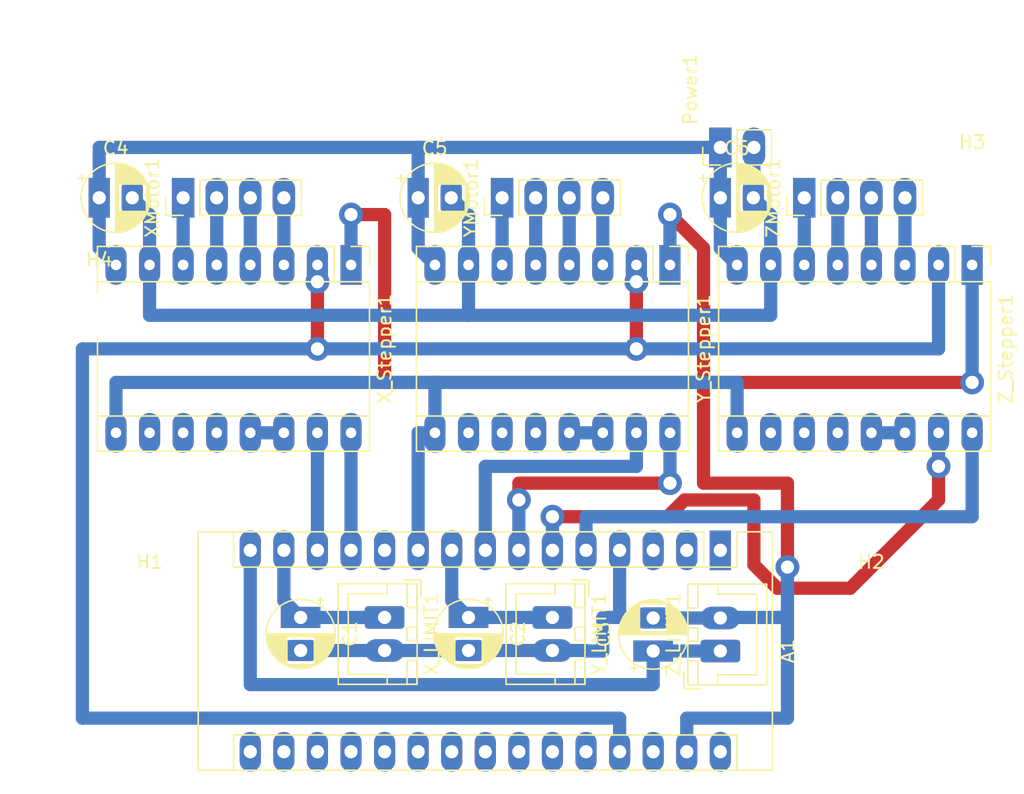
<source format=kicad_pcb>
(kicad_pcb (version 20171130) (host pcbnew "(5.1.7)-1")

  (general
    (thickness 1.6)
    (drawings 4)
    (tracks 140)
    (zones 0)
    (modules 21)
    (nets 56)
  )

  (page A4)
  (layers
    (0 F.Cu signal)
    (31 B.Cu signal)
    (32 B.Adhes user hide)
    (33 F.Adhes user hide)
    (34 B.Paste user hide)
    (35 F.Paste user hide)
    (36 B.SilkS user hide)
    (37 F.SilkS user hide)
    (38 B.Mask user hide)
    (39 F.Mask user hide)
    (40 Dwgs.User user)
    (41 Cmts.User user hide)
    (42 Eco1.User user hide)
    (43 Eco2.User user hide)
    (44 Edge.Cuts user hide)
    (45 Margin user hide)
    (46 B.CrtYd user hide)
    (47 F.CrtYd user hide)
    (48 B.Fab user hide)
    (49 F.Fab user)
  )

  (setup
    (last_trace_width 0.25)
    (user_trace_width 1)
    (trace_clearance 0.2)
    (zone_clearance 0.508)
    (zone_45_only no)
    (trace_min 0.2)
    (via_size 0.8)
    (via_drill 0.4)
    (via_min_size 0.4)
    (via_min_drill 0.3)
    (user_via 1.8 1)
    (user_via 3.4 3.2)
    (uvia_size 0.3)
    (uvia_drill 0.1)
    (uvias_allowed no)
    (uvia_min_size 0.2)
    (uvia_min_drill 0.1)
    (edge_width 0.05)
    (segment_width 0.2)
    (pcb_text_width 0.3)
    (pcb_text_size 1.5 1.5)
    (mod_edge_width 0.12)
    (mod_text_size 1 1)
    (mod_text_width 0.15)
    (pad_size 3 1.2)
    (pad_drill 0.8)
    (pad_to_mask_clearance 0)
    (aux_axis_origin 11.43 198.12)
    (visible_elements 7FFFFFFF)
    (pcbplotparams
      (layerselection 0x00000_fffffffe)
      (usegerberextensions false)
      (usegerberattributes true)
      (usegerberadvancedattributes true)
      (creategerberjobfile false)
      (excludeedgelayer true)
      (linewidth 0.100000)
      (plotframeref false)
      (viasonmask false)
      (mode 1)
      (useauxorigin true)
      (hpglpennumber 1)
      (hpglpenspeed 20)
      (hpglpendiameter 15.000000)
      (psnegative false)
      (psa4output false)
      (plotreference false)
      (plotvalue false)
      (plotinvisibletext false)
      (padsonsilk false)
      (subtractmaskfromsilk false)
      (outputformat 1)
      (mirror false)
      (drillshape 0)
      (scaleselection 1)
      (outputdirectory "output/"))
  )

  (net 0 "")
  (net 1 "Net-(A1-Pad16)")
  (net 2 "Net-(A1-Pad30)")
  (net 3 "Net-(A1-Pad28)")
  (net 4 /DISABLE)
  (net 5 "Net-(A1-Pad26)")
  (net 6 "Net-(A1-Pad25)")
  (net 7 "Net-(A1-Pad24)")
  (net 8 "Net-(A1-Pad23)")
  (net 9 "Net-(A1-Pad22)")
  (net 10 "Net-(A1-Pad21)")
  (net 11 "Net-(A1-Pad20)")
  (net 12 "Net-(A1-Pad19)")
  (net 13 "Net-(A1-Pad3)")
  (net 14 "Net-(A1-Pad18)")
  (net 15 "Net-(A1-Pad2)")
  (net 16 "Net-(A1-Pad17)")
  (net 17 "Net-(A1-Pad1)")
  (net 18 "Net-(X_Stepper1-Pad13)")
  (net 19 "Net-(Y_Stepper1-Pad13)")
  (net 20 "Net-(Z_Stepper1-Pad13)")
  (net 21 /ZSTP)
  (net 22 /ZDIR)
  (net 23 /GND)
  (net 24 /ZLIM)
  (net 25 /5V)
  (net 26 /YLIM)
  (net 27 /XLIM)
  (net 28 /YSTP)
  (net 29 /XDIR)
  (net 30 /YDIR)
  (net 31 /XSTP)
  (net 32 /XMS1)
  (net 33 "Net-(XMotor1-Pad4)")
  (net 34 /XMS2)
  (net 35 "Net-(XMotor1-Pad3)")
  (net 36 /XMS3)
  (net 37 "Net-(XMotor1-Pad2)")
  (net 38 "Net-(XMotor1-Pad1)")
  (net 39 /GNDMOT)
  (net 40 /VMOT)
  (net 41 /YMS1)
  (net 42 "Net-(YMotor1-Pad4)")
  (net 43 /YMS2)
  (net 44 "Net-(YMotor1-Pad3)")
  (net 45 /YMS3)
  (net 46 "Net-(YMotor1-Pad2)")
  (net 47 "Net-(YMotor1-Pad1)")
  (net 48 /ZMS1)
  (net 49 "Net-(ZMotor1-Pad4)")
  (net 50 /ZMS2)
  (net 51 "Net-(ZMotor1-Pad3)")
  (net 52 /ZMS3)
  (net 53 "Net-(ZMotor1-Pad2)")
  (net 54 "Net-(ZMotor1-Pad1)")
  (net 55 "Net-(A1-Pad11)")

  (net_class Default "This is the default net class."
    (clearance 0.2)
    (trace_width 0.25)
    (via_dia 0.8)
    (via_drill 0.4)
    (uvia_dia 0.3)
    (uvia_drill 0.1)
    (add_net /5V)
    (add_net /DISABLE)
    (add_net /GND)
    (add_net /GNDMOT)
    (add_net /VMOT)
    (add_net /XDIR)
    (add_net /XLIM)
    (add_net /XMS1)
    (add_net /XMS2)
    (add_net /XMS3)
    (add_net /XSTP)
    (add_net /YDIR)
    (add_net /YLIM)
    (add_net /YMS1)
    (add_net /YMS2)
    (add_net /YMS3)
    (add_net /YSTP)
    (add_net /ZDIR)
    (add_net /ZLIM)
    (add_net /ZMS1)
    (add_net /ZMS2)
    (add_net /ZMS3)
    (add_net /ZSTP)
    (add_net "Net-(A1-Pad1)")
    (add_net "Net-(A1-Pad11)")
    (add_net "Net-(A1-Pad16)")
    (add_net "Net-(A1-Pad17)")
    (add_net "Net-(A1-Pad18)")
    (add_net "Net-(A1-Pad19)")
    (add_net "Net-(A1-Pad2)")
    (add_net "Net-(A1-Pad20)")
    (add_net "Net-(A1-Pad21)")
    (add_net "Net-(A1-Pad22)")
    (add_net "Net-(A1-Pad23)")
    (add_net "Net-(A1-Pad24)")
    (add_net "Net-(A1-Pad25)")
    (add_net "Net-(A1-Pad26)")
    (add_net "Net-(A1-Pad28)")
    (add_net "Net-(A1-Pad3)")
    (add_net "Net-(A1-Pad30)")
    (add_net "Net-(XMotor1-Pad1)")
    (add_net "Net-(XMotor1-Pad2)")
    (add_net "Net-(XMotor1-Pad3)")
    (add_net "Net-(XMotor1-Pad4)")
    (add_net "Net-(X_Stepper1-Pad13)")
    (add_net "Net-(YMotor1-Pad1)")
    (add_net "Net-(YMotor1-Pad2)")
    (add_net "Net-(YMotor1-Pad3)")
    (add_net "Net-(YMotor1-Pad4)")
    (add_net "Net-(Y_Stepper1-Pad13)")
    (add_net "Net-(ZMotor1-Pad1)")
    (add_net "Net-(ZMotor1-Pad2)")
    (add_net "Net-(ZMotor1-Pad3)")
    (add_net "Net-(ZMotor1-Pad4)")
    (add_net "Net-(Z_Stepper1-Pad13)")
  )

  (module MountingHole:MountingHole_3.2mm_M3 (layer F.Cu) (tedit 56D1B4CB) (tstamp 5FAF2653)
    (at 13.97 162.56)
    (descr "Mounting Hole 3.2mm, no annular, M3")
    (tags "mounting hole 3.2mm no annular m3")
    (path /5FAFAEBB)
    (attr virtual)
    (fp_text reference H4 (at 0 -4.2) (layer F.SilkS)
      (effects (font (size 1 1) (thickness 0.15)))
    )
    (fp_text value H4 (at 0 4.2) (layer F.Fab)
      (effects (font (size 1 1) (thickness 0.15)))
    )
    (fp_text user %R (at 0.3 0) (layer F.Fab)
      (effects (font (size 1 1) (thickness 0.15)))
    )
    (fp_circle (center 0 0) (end 3.2 0) (layer Cmts.User) (width 0.15))
    (fp_circle (center 0 0) (end 3.45 0) (layer F.CrtYd) (width 0.05))
    (pad 1 np_thru_hole circle (at 0 0) (size 3.2 3.2) (drill 3.2) (layers *.Cu *.Mask))
  )

  (module MountingHole:MountingHole_3.2mm_M3 (layer F.Cu) (tedit 56D1B4CB) (tstamp 5FAF264B)
    (at 80.01 153.67)
    (descr "Mounting Hole 3.2mm, no annular, M3")
    (tags "mounting hole 3.2mm no annular m3")
    (path /5FAF5E17)
    (attr virtual)
    (fp_text reference H3 (at 0 -4.2) (layer F.SilkS)
      (effects (font (size 1 1) (thickness 0.15)))
    )
    (fp_text value H3 (at 0 4.2) (layer F.Fab)
      (effects (font (size 1 1) (thickness 0.15)))
    )
    (fp_text user %R (at 0.3 0) (layer F.Fab)
      (effects (font (size 1 1) (thickness 0.15)))
    )
    (fp_circle (center 0 0) (end 3.2 0) (layer Cmts.User) (width 0.15))
    (fp_circle (center 0 0) (end 3.45 0) (layer F.CrtYd) (width 0.05))
    (pad 1 np_thru_hole circle (at 0 0) (size 3.2 3.2) (drill 3.2) (layers *.Cu *.Mask))
  )

  (module MountingHole:MountingHole_3.2mm_M3 (layer F.Cu) (tedit 56D1B4CB) (tstamp 5FAF2643)
    (at 72.39 185.42)
    (descr "Mounting Hole 3.2mm, no annular, M3")
    (tags "mounting hole 3.2mm no annular m3")
    (path /5FAF0C5A)
    (attr virtual)
    (fp_text reference H2 (at 0 -4.2) (layer F.SilkS)
      (effects (font (size 1 1) (thickness 0.15)))
    )
    (fp_text value H2 (at 0 4.2) (layer F.Fab)
      (effects (font (size 1 1) (thickness 0.15)))
    )
    (fp_text user %R (at 0.3 0) (layer F.Fab)
      (effects (font (size 1 1) (thickness 0.15)))
    )
    (fp_circle (center 0 0) (end 3.2 0) (layer Cmts.User) (width 0.15))
    (fp_circle (center 0 0) (end 3.45 0) (layer F.CrtYd) (width 0.05))
    (pad 1 np_thru_hole circle (at 0 0) (size 3.2 3.2) (drill 3.2) (layers *.Cu *.Mask))
  )

  (module MountingHole:MountingHole_3.2mm_M3 (layer F.Cu) (tedit 56D1B4CB) (tstamp 5FAF263B)
    (at 17.78 185.42)
    (descr "Mounting Hole 3.2mm, no annular, M3")
    (tags "mounting hole 3.2mm no annular m3")
    (path /5FAF08CE)
    (attr virtual)
    (fp_text reference H1 (at 0 -4.2) (layer F.SilkS)
      (effects (font (size 1 1) (thickness 0.15)))
    )
    (fp_text value H1 (at 0 4.2) (layer F.Fab)
      (effects (font (size 1 1) (thickness 0.15)))
    )
    (fp_text user %R (at 0.3 0) (layer F.Fab)
      (effects (font (size 1 1) (thickness 0.15)))
    )
    (fp_circle (center 0 0) (end 3.2 0) (layer Cmts.User) (width 0.15))
    (fp_circle (center 0 0) (end 3.45 0) (layer F.CrtYd) (width 0.05))
    (pad 1 np_thru_hole circle (at 0 0) (size 3.2 3.2) (drill 3.2) (layers *.Cu *.Mask))
  )

  (module myFootprints:JST_XH_B2B-XH-A_1x02_P2.50mm_Vertical (layer F.Cu) (tedit 5FA1D5C1) (tstamp 5FA237E7)
    (at 60.96 187.96 90)
    (descr "JST XH series connector, B2B-XH-A (http://www.jst-mfg.com/product/pdf/eng/eXH.pdf), generated with kicad-footprint-generator")
    (tags "connector JST XH vertical")
    (path /5FA5F51A)
    (fp_text reference Z_LIMIT1 (at 1.25 -3.55 90) (layer F.SilkS)
      (effects (font (size 1 1) (thickness 0.15)))
    )
    (fp_text value Conn_01x02_Male (at 1.25 4.6 90) (layer F.Fab)
      (effects (font (size 1 1) (thickness 0.15)))
    )
    (fp_line (start -2.45 -2.35) (end -2.45 3.4) (layer F.Fab) (width 0.1))
    (fp_line (start -2.45 3.4) (end 4.95 3.4) (layer F.Fab) (width 0.1))
    (fp_line (start 4.95 3.4) (end 4.95 -2.35) (layer F.Fab) (width 0.1))
    (fp_line (start 4.95 -2.35) (end -2.45 -2.35) (layer F.Fab) (width 0.1))
    (fp_line (start -2.56 -2.46) (end -2.56 3.51) (layer F.SilkS) (width 0.12))
    (fp_line (start -2.56 3.51) (end 5.06 3.51) (layer F.SilkS) (width 0.12))
    (fp_line (start 5.06 3.51) (end 5.06 -2.46) (layer F.SilkS) (width 0.12))
    (fp_line (start 5.06 -2.46) (end -2.56 -2.46) (layer F.SilkS) (width 0.12))
    (fp_line (start -2.95 -2.85) (end -2.95 3.9) (layer F.CrtYd) (width 0.05))
    (fp_line (start -2.95 3.9) (end 5.45 3.9) (layer F.CrtYd) (width 0.05))
    (fp_line (start 5.45 3.9) (end 5.45 -2.85) (layer F.CrtYd) (width 0.05))
    (fp_line (start 5.45 -2.85) (end -2.95 -2.85) (layer F.CrtYd) (width 0.05))
    (fp_line (start -0.625 -2.35) (end 0 -1.35) (layer F.Fab) (width 0.1))
    (fp_line (start 0 -1.35) (end 0.625 -2.35) (layer F.Fab) (width 0.1))
    (fp_line (start 0.75 -2.45) (end 0.75 -1.7) (layer F.SilkS) (width 0.12))
    (fp_line (start 0.75 -1.7) (end 1.75 -1.7) (layer F.SilkS) (width 0.12))
    (fp_line (start 1.75 -1.7) (end 1.75 -2.45) (layer F.SilkS) (width 0.12))
    (fp_line (start 1.75 -2.45) (end 0.75 -2.45) (layer F.SilkS) (width 0.12))
    (fp_line (start -2.55 -2.45) (end -2.55 -1.7) (layer F.SilkS) (width 0.12))
    (fp_line (start -2.55 -1.7) (end -0.75 -1.7) (layer F.SilkS) (width 0.12))
    (fp_line (start -0.75 -1.7) (end -0.75 -2.45) (layer F.SilkS) (width 0.12))
    (fp_line (start -0.75 -2.45) (end -2.55 -2.45) (layer F.SilkS) (width 0.12))
    (fp_line (start 3.25 -2.45) (end 3.25 -1.7) (layer F.SilkS) (width 0.12))
    (fp_line (start 3.25 -1.7) (end 5.05 -1.7) (layer F.SilkS) (width 0.12))
    (fp_line (start 5.05 -1.7) (end 5.05 -2.45) (layer F.SilkS) (width 0.12))
    (fp_line (start 5.05 -2.45) (end 3.25 -2.45) (layer F.SilkS) (width 0.12))
    (fp_line (start -2.55 -0.2) (end -1.8 -0.2) (layer F.SilkS) (width 0.12))
    (fp_line (start -1.8 -0.2) (end -1.8 2.75) (layer F.SilkS) (width 0.12))
    (fp_line (start -1.8 2.75) (end 1.25 2.75) (layer F.SilkS) (width 0.12))
    (fp_line (start 5.05 -0.2) (end 4.3 -0.2) (layer F.SilkS) (width 0.12))
    (fp_line (start 4.3 -0.2) (end 4.3 2.75) (layer F.SilkS) (width 0.12))
    (fp_line (start 4.3 2.75) (end 1.25 2.75) (layer F.SilkS) (width 0.12))
    (fp_line (start -1.6 -2.75) (end -2.85 -2.75) (layer F.SilkS) (width 0.12))
    (fp_line (start -2.85 -2.75) (end -2.85 -1.5) (layer F.SilkS) (width 0.12))
    (fp_text user %R (at 1.25 2.7 90) (layer F.Fab)
      (effects (font (size 1 1) (thickness 0.15)))
    )
    (pad 1 thru_hole roundrect (at 0 0 90) (size 1.7 3) (drill 1) (layers *.Cu *.Mask) (roundrect_rratio 0.147)
      (net 24 /ZLIM))
    (pad 2 thru_hole oval (at 2.5 0 90) (size 1.7 3) (drill 1) (layers *.Cu *.Mask)
      (net 23 /GND))
    (model ${KISYS3DMOD}/Connector_JST.3dshapes/JST_XH_B2B-XH-A_1x02_P2.50mm_Vertical.wrl
      (at (xyz 0 0 0))
      (scale (xyz 1 1 1))
      (rotate (xyz 0 0 0))
    )
  )

  (module myFootprints:JST_XH_B2B-XH-A_1x02_P2.50mm_Vertical (layer F.Cu) (tedit 5FA1D5C1) (tstamp 5FA2373D)
    (at 48.26 185.42 270)
    (descr "JST XH series connector, B2B-XH-A (http://www.jst-mfg.com/product/pdf/eng/eXH.pdf), generated with kicad-footprint-generator")
    (tags "connector JST XH vertical")
    (path /5FA57FD3)
    (fp_text reference Y_LIMIT1 (at 1.25 -3.55 90) (layer F.SilkS)
      (effects (font (size 1 1) (thickness 0.15)))
    )
    (fp_text value Conn_01x02_Male (at 1.25 4.6 90) (layer F.Fab)
      (effects (font (size 1 1) (thickness 0.15)))
    )
    (fp_line (start -2.45 -2.35) (end -2.45 3.4) (layer F.Fab) (width 0.1))
    (fp_line (start -2.45 3.4) (end 4.95 3.4) (layer F.Fab) (width 0.1))
    (fp_line (start 4.95 3.4) (end 4.95 -2.35) (layer F.Fab) (width 0.1))
    (fp_line (start 4.95 -2.35) (end -2.45 -2.35) (layer F.Fab) (width 0.1))
    (fp_line (start -2.56 -2.46) (end -2.56 3.51) (layer F.SilkS) (width 0.12))
    (fp_line (start -2.56 3.51) (end 5.06 3.51) (layer F.SilkS) (width 0.12))
    (fp_line (start 5.06 3.51) (end 5.06 -2.46) (layer F.SilkS) (width 0.12))
    (fp_line (start 5.06 -2.46) (end -2.56 -2.46) (layer F.SilkS) (width 0.12))
    (fp_line (start -2.95 -2.85) (end -2.95 3.9) (layer F.CrtYd) (width 0.05))
    (fp_line (start -2.95 3.9) (end 5.45 3.9) (layer F.CrtYd) (width 0.05))
    (fp_line (start 5.45 3.9) (end 5.45 -2.85) (layer F.CrtYd) (width 0.05))
    (fp_line (start 5.45 -2.85) (end -2.95 -2.85) (layer F.CrtYd) (width 0.05))
    (fp_line (start -0.625 -2.35) (end 0 -1.35) (layer F.Fab) (width 0.1))
    (fp_line (start 0 -1.35) (end 0.625 -2.35) (layer F.Fab) (width 0.1))
    (fp_line (start 0.75 -2.45) (end 0.75 -1.7) (layer F.SilkS) (width 0.12))
    (fp_line (start 0.75 -1.7) (end 1.75 -1.7) (layer F.SilkS) (width 0.12))
    (fp_line (start 1.75 -1.7) (end 1.75 -2.45) (layer F.SilkS) (width 0.12))
    (fp_line (start 1.75 -2.45) (end 0.75 -2.45) (layer F.SilkS) (width 0.12))
    (fp_line (start -2.55 -2.45) (end -2.55 -1.7) (layer F.SilkS) (width 0.12))
    (fp_line (start -2.55 -1.7) (end -0.75 -1.7) (layer F.SilkS) (width 0.12))
    (fp_line (start -0.75 -1.7) (end -0.75 -2.45) (layer F.SilkS) (width 0.12))
    (fp_line (start -0.75 -2.45) (end -2.55 -2.45) (layer F.SilkS) (width 0.12))
    (fp_line (start 3.25 -2.45) (end 3.25 -1.7) (layer F.SilkS) (width 0.12))
    (fp_line (start 3.25 -1.7) (end 5.05 -1.7) (layer F.SilkS) (width 0.12))
    (fp_line (start 5.05 -1.7) (end 5.05 -2.45) (layer F.SilkS) (width 0.12))
    (fp_line (start 5.05 -2.45) (end 3.25 -2.45) (layer F.SilkS) (width 0.12))
    (fp_line (start -2.55 -0.2) (end -1.8 -0.2) (layer F.SilkS) (width 0.12))
    (fp_line (start -1.8 -0.2) (end -1.8 2.75) (layer F.SilkS) (width 0.12))
    (fp_line (start -1.8 2.75) (end 1.25 2.75) (layer F.SilkS) (width 0.12))
    (fp_line (start 5.05 -0.2) (end 4.3 -0.2) (layer F.SilkS) (width 0.12))
    (fp_line (start 4.3 -0.2) (end 4.3 2.75) (layer F.SilkS) (width 0.12))
    (fp_line (start 4.3 2.75) (end 1.25 2.75) (layer F.SilkS) (width 0.12))
    (fp_line (start -1.6 -2.75) (end -2.85 -2.75) (layer F.SilkS) (width 0.12))
    (fp_line (start -2.85 -2.75) (end -2.85 -1.5) (layer F.SilkS) (width 0.12))
    (fp_text user %R (at 1.25 2.7 90) (layer F.Fab)
      (effects (font (size 1 1) (thickness 0.15)))
    )
    (pad 1 thru_hole roundrect (at 0 0 270) (size 1.7 3) (drill 1) (layers *.Cu *.Mask) (roundrect_rratio 0.147)
      (net 26 /YLIM))
    (pad 2 thru_hole oval (at 2.5 0 270) (size 1.7 3) (drill 1) (layers *.Cu *.Mask)
      (net 23 /GND))
    (model ${KISYS3DMOD}/Connector_JST.3dshapes/JST_XH_B2B-XH-A_1x02_P2.50mm_Vertical.wrl
      (at (xyz 0 0 0))
      (scale (xyz 1 1 1))
      (rotate (xyz 0 0 0))
    )
  )

  (module myFootprints:JST_XH_B2B-XH-A_1x02_P2.50mm_Vertical (layer F.Cu) (tedit 5FA1D5C1) (tstamp 5FA23693)
    (at 35.56 185.42 270)
    (descr "JST XH series connector, B2B-XH-A (http://www.jst-mfg.com/product/pdf/eng/eXH.pdf), generated with kicad-footprint-generator")
    (tags "connector JST XH vertical")
    (path /5FA567E2)
    (fp_text reference X_LIMIT1 (at 1.25 -3.55 90) (layer F.SilkS)
      (effects (font (size 1 1) (thickness 0.15)))
    )
    (fp_text value Conn_01x02_Male (at 1.25 4.6 90) (layer F.Fab)
      (effects (font (size 1 1) (thickness 0.15)))
    )
    (fp_line (start -2.45 -2.35) (end -2.45 3.4) (layer F.Fab) (width 0.1))
    (fp_line (start -2.45 3.4) (end 4.95 3.4) (layer F.Fab) (width 0.1))
    (fp_line (start 4.95 3.4) (end 4.95 -2.35) (layer F.Fab) (width 0.1))
    (fp_line (start 4.95 -2.35) (end -2.45 -2.35) (layer F.Fab) (width 0.1))
    (fp_line (start -2.56 -2.46) (end -2.56 3.51) (layer F.SilkS) (width 0.12))
    (fp_line (start -2.56 3.51) (end 5.06 3.51) (layer F.SilkS) (width 0.12))
    (fp_line (start 5.06 3.51) (end 5.06 -2.46) (layer F.SilkS) (width 0.12))
    (fp_line (start 5.06 -2.46) (end -2.56 -2.46) (layer F.SilkS) (width 0.12))
    (fp_line (start -2.95 -2.85) (end -2.95 3.9) (layer F.CrtYd) (width 0.05))
    (fp_line (start -2.95 3.9) (end 5.45 3.9) (layer F.CrtYd) (width 0.05))
    (fp_line (start 5.45 3.9) (end 5.45 -2.85) (layer F.CrtYd) (width 0.05))
    (fp_line (start 5.45 -2.85) (end -2.95 -2.85) (layer F.CrtYd) (width 0.05))
    (fp_line (start -0.625 -2.35) (end 0 -1.35) (layer F.Fab) (width 0.1))
    (fp_line (start 0 -1.35) (end 0.625 -2.35) (layer F.Fab) (width 0.1))
    (fp_line (start 0.75 -2.45) (end 0.75 -1.7) (layer F.SilkS) (width 0.12))
    (fp_line (start 0.75 -1.7) (end 1.75 -1.7) (layer F.SilkS) (width 0.12))
    (fp_line (start 1.75 -1.7) (end 1.75 -2.45) (layer F.SilkS) (width 0.12))
    (fp_line (start 1.75 -2.45) (end 0.75 -2.45) (layer F.SilkS) (width 0.12))
    (fp_line (start -2.55 -2.45) (end -2.55 -1.7) (layer F.SilkS) (width 0.12))
    (fp_line (start -2.55 -1.7) (end -0.75 -1.7) (layer F.SilkS) (width 0.12))
    (fp_line (start -0.75 -1.7) (end -0.75 -2.45) (layer F.SilkS) (width 0.12))
    (fp_line (start -0.75 -2.45) (end -2.55 -2.45) (layer F.SilkS) (width 0.12))
    (fp_line (start 3.25 -2.45) (end 3.25 -1.7) (layer F.SilkS) (width 0.12))
    (fp_line (start 3.25 -1.7) (end 5.05 -1.7) (layer F.SilkS) (width 0.12))
    (fp_line (start 5.05 -1.7) (end 5.05 -2.45) (layer F.SilkS) (width 0.12))
    (fp_line (start 5.05 -2.45) (end 3.25 -2.45) (layer F.SilkS) (width 0.12))
    (fp_line (start -2.55 -0.2) (end -1.8 -0.2) (layer F.SilkS) (width 0.12))
    (fp_line (start -1.8 -0.2) (end -1.8 2.75) (layer F.SilkS) (width 0.12))
    (fp_line (start -1.8 2.75) (end 1.25 2.75) (layer F.SilkS) (width 0.12))
    (fp_line (start 5.05 -0.2) (end 4.3 -0.2) (layer F.SilkS) (width 0.12))
    (fp_line (start 4.3 -0.2) (end 4.3 2.75) (layer F.SilkS) (width 0.12))
    (fp_line (start 4.3 2.75) (end 1.25 2.75) (layer F.SilkS) (width 0.12))
    (fp_line (start -1.6 -2.75) (end -2.85 -2.75) (layer F.SilkS) (width 0.12))
    (fp_line (start -2.85 -2.75) (end -2.85 -1.5) (layer F.SilkS) (width 0.12))
    (fp_text user %R (at 1.25 2.7 90) (layer F.Fab)
      (effects (font (size 1 1) (thickness 0.15)))
    )
    (pad 1 thru_hole roundrect (at 0 0 270) (size 1.7 3) (drill 1) (layers *.Cu *.Mask) (roundrect_rratio 0.147)
      (net 27 /XLIM))
    (pad 2 thru_hole oval (at 2.5 0 270) (size 1.7 3) (drill 1) (layers *.Cu *.Mask)
      (net 23 /GND))
    (model ${KISYS3DMOD}/Connector_JST.3dshapes/JST_XH_B2B-XH-A_1x02_P2.50mm_Vertical.wrl
      (at (xyz 0 0 0))
      (scale (xyz 1 1 1))
      (rotate (xyz 0 0 0))
    )
  )

  (module myFootprints:PinHeader_1x02_P2.54mm_Vertical (layer F.Cu) (tedit 5FA318EF) (tstamp 5FA2366A)
    (at 60.96 149.86 90)
    (descr "Through hole straight pin header, 1x02, 2.54mm pitch, single row")
    (tags "Through hole pin header THT 1x02 2.54mm single row")
    (path /5FA91152)
    (fp_text reference Power1 (at 4.385 -2.27 90) (layer F.SilkS)
      (effects (font (size 1 1) (thickness 0.15)))
    )
    (fp_text value Conn_01x02_Male (at 4.385 4.81 90) (layer F.Fab)
      (effects (font (size 1 1) (thickness 0.15)))
    )
    (fp_line (start 1.8 -1.8) (end -1.8 -1.8) (layer F.CrtYd) (width 0.05))
    (fp_line (start 1.8 4.35) (end 1.8 -1.8) (layer F.CrtYd) (width 0.05))
    (fp_line (start -1.8 4.35) (end 1.8 4.35) (layer F.CrtYd) (width 0.05))
    (fp_line (start -1.8 -1.8) (end -1.8 4.35) (layer F.CrtYd) (width 0.05))
    (fp_line (start -1.33 -1.33) (end 0 -1.33) (layer F.SilkS) (width 0.12))
    (fp_line (start -1.33 0) (end -1.33 -1.33) (layer F.SilkS) (width 0.12))
    (fp_line (start -1.33 1.27) (end 1.33 1.27) (layer F.SilkS) (width 0.12))
    (fp_line (start 1.33 1.27) (end 1.33 3.87) (layer F.SilkS) (width 0.12))
    (fp_line (start -1.33 1.27) (end -1.33 3.87) (layer F.SilkS) (width 0.12))
    (fp_line (start -1.33 3.87) (end 1.33 3.87) (layer F.SilkS) (width 0.12))
    (fp_line (start -1.27 -0.635) (end -0.635 -1.27) (layer F.Fab) (width 0.1))
    (fp_line (start -1.27 3.81) (end -1.27 -0.635) (layer F.Fab) (width 0.1))
    (fp_line (start 1.27 3.81) (end -1.27 3.81) (layer F.Fab) (width 0.1))
    (fp_line (start 1.27 -1.27) (end 1.27 3.81) (layer F.Fab) (width 0.1))
    (fp_line (start -0.635 -1.27) (end 1.27 -1.27) (layer F.Fab) (width 0.1))
    (fp_text user %R (at 2.77 1.27) (layer F.Fab)
      (effects (font (size 1 1) (thickness 0.15)))
    )
    (pad 2 thru_hole oval (at 0 2.54 90) (size 3 1.7) (drill 1) (layers *.Cu *.Mask)
      (net 39 /GNDMOT))
    (pad 1 thru_hole rect (at 0 0 90) (size 3 1.7) (drill 1) (layers *.Cu *.Mask)
      (net 40 /VMOT))
    (model ${KISYS3DMOD}/Connector_PinHeader_2.54mm.3dshapes/PinHeader_1x02_P2.54mm_Vertical.wrl
      (at (xyz 0 0 0))
      (scale (xyz 1 1 1))
      (rotate (xyz 0 0 0))
    )
  )

  (module myFootprints:Capacitator_Radial_D5.0mm_P2.50mm (layer F.Cu) (tedit 5FA317C1) (tstamp 5FA23637)
    (at 60.96 153.67)
    (descr "CP, Radial series, Radial, pin pitch=2.50mm, , diameter=5mm, Electrolytic Capacitor")
    (tags "CP Radial series Radial pin pitch 2.50mm  diameter 5mm Electrolytic Capacitor")
    (path /5FABBF14)
    (fp_text reference C6 (at 1.25 -3.75) (layer F.SilkS)
      (effects (font (size 1 1) (thickness 0.15)))
    )
    (fp_text value CP (at 1.25 3.75) (layer F.Fab)
      (effects (font (size 1 1) (thickness 0.15)))
    )
    (fp_circle (center 1.25 0) (end 3.75 0) (layer F.Fab) (width 0.1))
    (fp_circle (center 1.25 0) (end 3.87 0) (layer F.SilkS) (width 0.12))
    (fp_circle (center 1.25 0) (end 4 0) (layer F.CrtYd) (width 0.05))
    (fp_line (start -0.883605 -1.0875) (end -0.383605 -1.0875) (layer F.Fab) (width 0.1))
    (fp_line (start -0.633605 -1.3375) (end -0.633605 -0.8375) (layer F.Fab) (width 0.1))
    (fp_line (start 1.25 -2.58) (end 1.25 2.58) (layer F.SilkS) (width 0.12))
    (fp_line (start 1.29 -2.58) (end 1.29 2.58) (layer F.SilkS) (width 0.12))
    (fp_line (start 1.33 -2.579) (end 1.33 2.579) (layer F.SilkS) (width 0.12))
    (fp_line (start 1.37 -2.578) (end 1.37 2.578) (layer F.SilkS) (width 0.12))
    (fp_line (start 1.41 -2.576) (end 1.41 2.576) (layer F.SilkS) (width 0.12))
    (fp_line (start 1.45 -2.573) (end 1.45 2.573) (layer F.SilkS) (width 0.12))
    (fp_line (start 1.49 -2.569) (end 1.49 -1.04) (layer F.SilkS) (width 0.12))
    (fp_line (start 1.49 1.04) (end 1.49 2.569) (layer F.SilkS) (width 0.12))
    (fp_line (start 1.53 -2.565) (end 1.53 -1.04) (layer F.SilkS) (width 0.12))
    (fp_line (start 1.53 1.04) (end 1.53 2.565) (layer F.SilkS) (width 0.12))
    (fp_line (start 1.57 -2.561) (end 1.57 -1.04) (layer F.SilkS) (width 0.12))
    (fp_line (start 1.57 1.04) (end 1.57 2.561) (layer F.SilkS) (width 0.12))
    (fp_line (start 1.61 -2.556) (end 1.61 -1.04) (layer F.SilkS) (width 0.12))
    (fp_line (start 1.61 1.04) (end 1.61 2.556) (layer F.SilkS) (width 0.12))
    (fp_line (start 1.65 -2.55) (end 1.65 -1.04) (layer F.SilkS) (width 0.12))
    (fp_line (start 1.65 1.04) (end 1.65 2.55) (layer F.SilkS) (width 0.12))
    (fp_line (start 1.69 -2.543) (end 1.69 -1.04) (layer F.SilkS) (width 0.12))
    (fp_line (start 1.69 1.04) (end 1.69 2.543) (layer F.SilkS) (width 0.12))
    (fp_line (start 1.73 -2.536) (end 1.73 -1.04) (layer F.SilkS) (width 0.12))
    (fp_line (start 1.73 1.04) (end 1.73 2.536) (layer F.SilkS) (width 0.12))
    (fp_line (start 1.77 -2.528) (end 1.77 -1.04) (layer F.SilkS) (width 0.12))
    (fp_line (start 1.77 1.04) (end 1.77 2.528) (layer F.SilkS) (width 0.12))
    (fp_line (start 1.81 -2.52) (end 1.81 -1.04) (layer F.SilkS) (width 0.12))
    (fp_line (start 1.81 1.04) (end 1.81 2.52) (layer F.SilkS) (width 0.12))
    (fp_line (start 1.85 -2.511) (end 1.85 -1.04) (layer F.SilkS) (width 0.12))
    (fp_line (start 1.85 1.04) (end 1.85 2.511) (layer F.SilkS) (width 0.12))
    (fp_line (start 1.89 -2.501) (end 1.89 -1.04) (layer F.SilkS) (width 0.12))
    (fp_line (start 1.89 1.04) (end 1.89 2.501) (layer F.SilkS) (width 0.12))
    (fp_line (start 1.93 -2.491) (end 1.93 -1.04) (layer F.SilkS) (width 0.12))
    (fp_line (start 1.93 1.04) (end 1.93 2.491) (layer F.SilkS) (width 0.12))
    (fp_line (start 1.971 -2.48) (end 1.971 -1.04) (layer F.SilkS) (width 0.12))
    (fp_line (start 1.971 1.04) (end 1.971 2.48) (layer F.SilkS) (width 0.12))
    (fp_line (start 2.011 -2.468) (end 2.011 -1.04) (layer F.SilkS) (width 0.12))
    (fp_line (start 2.011 1.04) (end 2.011 2.468) (layer F.SilkS) (width 0.12))
    (fp_line (start 2.051 -2.455) (end 2.051 -1.04) (layer F.SilkS) (width 0.12))
    (fp_line (start 2.051 1.04) (end 2.051 2.455) (layer F.SilkS) (width 0.12))
    (fp_line (start 2.091 -2.442) (end 2.091 -1.04) (layer F.SilkS) (width 0.12))
    (fp_line (start 2.091 1.04) (end 2.091 2.442) (layer F.SilkS) (width 0.12))
    (fp_line (start 2.131 -2.428) (end 2.131 -1.04) (layer F.SilkS) (width 0.12))
    (fp_line (start 2.131 1.04) (end 2.131 2.428) (layer F.SilkS) (width 0.12))
    (fp_line (start 2.171 -2.414) (end 2.171 -1.04) (layer F.SilkS) (width 0.12))
    (fp_line (start 2.171 1.04) (end 2.171 2.414) (layer F.SilkS) (width 0.12))
    (fp_line (start 2.211 -2.398) (end 2.211 -1.04) (layer F.SilkS) (width 0.12))
    (fp_line (start 2.211 1.04) (end 2.211 2.398) (layer F.SilkS) (width 0.12))
    (fp_line (start 2.251 -2.382) (end 2.251 -1.04) (layer F.SilkS) (width 0.12))
    (fp_line (start 2.251 1.04) (end 2.251 2.382) (layer F.SilkS) (width 0.12))
    (fp_line (start 2.291 -2.365) (end 2.291 -1.04) (layer F.SilkS) (width 0.12))
    (fp_line (start 2.291 1.04) (end 2.291 2.365) (layer F.SilkS) (width 0.12))
    (fp_line (start 2.331 -2.348) (end 2.331 -1.04) (layer F.SilkS) (width 0.12))
    (fp_line (start 2.331 1.04) (end 2.331 2.348) (layer F.SilkS) (width 0.12))
    (fp_line (start 2.371 -2.329) (end 2.371 -1.04) (layer F.SilkS) (width 0.12))
    (fp_line (start 2.371 1.04) (end 2.371 2.329) (layer F.SilkS) (width 0.12))
    (fp_line (start 2.411 -2.31) (end 2.411 -1.04) (layer F.SilkS) (width 0.12))
    (fp_line (start 2.411 1.04) (end 2.411 2.31) (layer F.SilkS) (width 0.12))
    (fp_line (start 2.451 -2.29) (end 2.451 -1.04) (layer F.SilkS) (width 0.12))
    (fp_line (start 2.451 1.04) (end 2.451 2.29) (layer F.SilkS) (width 0.12))
    (fp_line (start 2.491 -2.268) (end 2.491 -1.04) (layer F.SilkS) (width 0.12))
    (fp_line (start 2.491 1.04) (end 2.491 2.268) (layer F.SilkS) (width 0.12))
    (fp_line (start 2.531 -2.247) (end 2.531 -1.04) (layer F.SilkS) (width 0.12))
    (fp_line (start 2.531 1.04) (end 2.531 2.247) (layer F.SilkS) (width 0.12))
    (fp_line (start 2.571 -2.224) (end 2.571 -1.04) (layer F.SilkS) (width 0.12))
    (fp_line (start 2.571 1.04) (end 2.571 2.224) (layer F.SilkS) (width 0.12))
    (fp_line (start 2.611 -2.2) (end 2.611 -1.04) (layer F.SilkS) (width 0.12))
    (fp_line (start 2.611 1.04) (end 2.611 2.2) (layer F.SilkS) (width 0.12))
    (fp_line (start 2.651 -2.175) (end 2.651 -1.04) (layer F.SilkS) (width 0.12))
    (fp_line (start 2.651 1.04) (end 2.651 2.175) (layer F.SilkS) (width 0.12))
    (fp_line (start 2.691 -2.149) (end 2.691 -1.04) (layer F.SilkS) (width 0.12))
    (fp_line (start 2.691 1.04) (end 2.691 2.149) (layer F.SilkS) (width 0.12))
    (fp_line (start 2.731 -2.122) (end 2.731 -1.04) (layer F.SilkS) (width 0.12))
    (fp_line (start 2.731 1.04) (end 2.731 2.122) (layer F.SilkS) (width 0.12))
    (fp_line (start 2.771 -2.095) (end 2.771 -1.04) (layer F.SilkS) (width 0.12))
    (fp_line (start 2.771 1.04) (end 2.771 2.095) (layer F.SilkS) (width 0.12))
    (fp_line (start 2.811 -2.065) (end 2.811 -1.04) (layer F.SilkS) (width 0.12))
    (fp_line (start 2.811 1.04) (end 2.811 2.065) (layer F.SilkS) (width 0.12))
    (fp_line (start 2.851 -2.035) (end 2.851 -1.04) (layer F.SilkS) (width 0.12))
    (fp_line (start 2.851 1.04) (end 2.851 2.035) (layer F.SilkS) (width 0.12))
    (fp_line (start 2.891 -2.004) (end 2.891 -1.04) (layer F.SilkS) (width 0.12))
    (fp_line (start 2.891 1.04) (end 2.891 2.004) (layer F.SilkS) (width 0.12))
    (fp_line (start 2.931 -1.971) (end 2.931 -1.04) (layer F.SilkS) (width 0.12))
    (fp_line (start 2.931 1.04) (end 2.931 1.971) (layer F.SilkS) (width 0.12))
    (fp_line (start 2.971 -1.937) (end 2.971 -1.04) (layer F.SilkS) (width 0.12))
    (fp_line (start 2.971 1.04) (end 2.971 1.937) (layer F.SilkS) (width 0.12))
    (fp_line (start 3.011 -1.901) (end 3.011 -1.04) (layer F.SilkS) (width 0.12))
    (fp_line (start 3.011 1.04) (end 3.011 1.901) (layer F.SilkS) (width 0.12))
    (fp_line (start 3.051 -1.864) (end 3.051 -1.04) (layer F.SilkS) (width 0.12))
    (fp_line (start 3.051 1.04) (end 3.051 1.864) (layer F.SilkS) (width 0.12))
    (fp_line (start 3.091 -1.826) (end 3.091 -1.04) (layer F.SilkS) (width 0.12))
    (fp_line (start 3.091 1.04) (end 3.091 1.826) (layer F.SilkS) (width 0.12))
    (fp_line (start 3.131 -1.785) (end 3.131 -1.04) (layer F.SilkS) (width 0.12))
    (fp_line (start 3.131 1.04) (end 3.131 1.785) (layer F.SilkS) (width 0.12))
    (fp_line (start 3.171 -1.743) (end 3.171 -1.04) (layer F.SilkS) (width 0.12))
    (fp_line (start 3.171 1.04) (end 3.171 1.743) (layer F.SilkS) (width 0.12))
    (fp_line (start 3.211 -1.699) (end 3.211 -1.04) (layer F.SilkS) (width 0.12))
    (fp_line (start 3.211 1.04) (end 3.211 1.699) (layer F.SilkS) (width 0.12))
    (fp_line (start 3.251 -1.653) (end 3.251 -1.04) (layer F.SilkS) (width 0.12))
    (fp_line (start 3.251 1.04) (end 3.251 1.653) (layer F.SilkS) (width 0.12))
    (fp_line (start 3.291 -1.605) (end 3.291 -1.04) (layer F.SilkS) (width 0.12))
    (fp_line (start 3.291 1.04) (end 3.291 1.605) (layer F.SilkS) (width 0.12))
    (fp_line (start 3.331 -1.554) (end 3.331 -1.04) (layer F.SilkS) (width 0.12))
    (fp_line (start 3.331 1.04) (end 3.331 1.554) (layer F.SilkS) (width 0.12))
    (fp_line (start 3.371 -1.5) (end 3.371 -1.04) (layer F.SilkS) (width 0.12))
    (fp_line (start 3.371 1.04) (end 3.371 1.5) (layer F.SilkS) (width 0.12))
    (fp_line (start 3.411 -1.443) (end 3.411 -1.04) (layer F.SilkS) (width 0.12))
    (fp_line (start 3.411 1.04) (end 3.411 1.443) (layer F.SilkS) (width 0.12))
    (fp_line (start 3.451 -1.383) (end 3.451 -1.04) (layer F.SilkS) (width 0.12))
    (fp_line (start 3.451 1.04) (end 3.451 1.383) (layer F.SilkS) (width 0.12))
    (fp_line (start 3.491 -1.319) (end 3.491 -1.04) (layer F.SilkS) (width 0.12))
    (fp_line (start 3.491 1.04) (end 3.491 1.319) (layer F.SilkS) (width 0.12))
    (fp_line (start 3.531 -1.251) (end 3.531 -1.04) (layer F.SilkS) (width 0.12))
    (fp_line (start 3.531 1.04) (end 3.531 1.251) (layer F.SilkS) (width 0.12))
    (fp_line (start 3.571 -1.178) (end 3.571 1.178) (layer F.SilkS) (width 0.12))
    (fp_line (start 3.611 -1.098) (end 3.611 1.098) (layer F.SilkS) (width 0.12))
    (fp_line (start 3.651 -1.011) (end 3.651 1.011) (layer F.SilkS) (width 0.12))
    (fp_line (start 3.691 -0.915) (end 3.691 0.915) (layer F.SilkS) (width 0.12))
    (fp_line (start 3.731 -0.805) (end 3.731 0.805) (layer F.SilkS) (width 0.12))
    (fp_line (start 3.771 -0.677) (end 3.771 0.677) (layer F.SilkS) (width 0.12))
    (fp_line (start 3.811 -0.518) (end 3.811 0.518) (layer F.SilkS) (width 0.12))
    (fp_line (start 3.851 -0.284) (end 3.851 0.284) (layer F.SilkS) (width 0.12))
    (fp_line (start -1.554775 -1.475) (end -1.054775 -1.475) (layer F.SilkS) (width 0.12))
    (fp_line (start -1.304775 -1.725) (end -1.304775 -1.225) (layer F.SilkS) (width 0.12))
    (fp_text user %R (at 1.25 0) (layer F.Fab)
      (effects (font (size 1 1) (thickness 0.15)))
    )
    (pad 1 thru_hole rect (at 0 0) (size 1.6 3) (drill 1) (layers *.Cu *.Mask)
      (net 40 /VMOT))
    (pad 2 thru_hole oval (at 2.5 0) (size 1.6 3) (drill 1) (layers *.Cu *.Mask)
      (net 39 /GNDMOT))
    (model ${KISYS3DMOD}/Capacitor_THT.3dshapes/CP_Radial_D5.0mm_P2.50mm.wrl
      (at (xyz 0 0 0))
      (scale (xyz 1 1 1))
      (rotate (xyz 0 0 0))
    )
  )

  (module myFootprints:Capacitator_Radial_D5.0mm_P2.50mm (layer F.Cu) (tedit 5FA317C1) (tstamp 5FA235B3)
    (at 38.1 153.67)
    (descr "CP, Radial series, Radial, pin pitch=2.50mm, , diameter=5mm, Electrolytic Capacitor")
    (tags "CP Radial series Radial pin pitch 2.50mm  diameter 5mm Electrolytic Capacitor")
    (path /5FAE15B6)
    (fp_text reference C5 (at 1.25 -3.75) (layer F.SilkS)
      (effects (font (size 1 1) (thickness 0.15)))
    )
    (fp_text value CP (at 1.25 3.75) (layer F.Fab)
      (effects (font (size 1 1) (thickness 0.15)))
    )
    (fp_circle (center 1.25 0) (end 3.75 0) (layer F.Fab) (width 0.1))
    (fp_circle (center 1.25 0) (end 3.87 0) (layer F.SilkS) (width 0.12))
    (fp_circle (center 1.25 0) (end 4 0) (layer F.CrtYd) (width 0.05))
    (fp_line (start -0.883605 -1.0875) (end -0.383605 -1.0875) (layer F.Fab) (width 0.1))
    (fp_line (start -0.633605 -1.3375) (end -0.633605 -0.8375) (layer F.Fab) (width 0.1))
    (fp_line (start 1.25 -2.58) (end 1.25 2.58) (layer F.SilkS) (width 0.12))
    (fp_line (start 1.29 -2.58) (end 1.29 2.58) (layer F.SilkS) (width 0.12))
    (fp_line (start 1.33 -2.579) (end 1.33 2.579) (layer F.SilkS) (width 0.12))
    (fp_line (start 1.37 -2.578) (end 1.37 2.578) (layer F.SilkS) (width 0.12))
    (fp_line (start 1.41 -2.576) (end 1.41 2.576) (layer F.SilkS) (width 0.12))
    (fp_line (start 1.45 -2.573) (end 1.45 2.573) (layer F.SilkS) (width 0.12))
    (fp_line (start 1.49 -2.569) (end 1.49 -1.04) (layer F.SilkS) (width 0.12))
    (fp_line (start 1.49 1.04) (end 1.49 2.569) (layer F.SilkS) (width 0.12))
    (fp_line (start 1.53 -2.565) (end 1.53 -1.04) (layer F.SilkS) (width 0.12))
    (fp_line (start 1.53 1.04) (end 1.53 2.565) (layer F.SilkS) (width 0.12))
    (fp_line (start 1.57 -2.561) (end 1.57 -1.04) (layer F.SilkS) (width 0.12))
    (fp_line (start 1.57 1.04) (end 1.57 2.561) (layer F.SilkS) (width 0.12))
    (fp_line (start 1.61 -2.556) (end 1.61 -1.04) (layer F.SilkS) (width 0.12))
    (fp_line (start 1.61 1.04) (end 1.61 2.556) (layer F.SilkS) (width 0.12))
    (fp_line (start 1.65 -2.55) (end 1.65 -1.04) (layer F.SilkS) (width 0.12))
    (fp_line (start 1.65 1.04) (end 1.65 2.55) (layer F.SilkS) (width 0.12))
    (fp_line (start 1.69 -2.543) (end 1.69 -1.04) (layer F.SilkS) (width 0.12))
    (fp_line (start 1.69 1.04) (end 1.69 2.543) (layer F.SilkS) (width 0.12))
    (fp_line (start 1.73 -2.536) (end 1.73 -1.04) (layer F.SilkS) (width 0.12))
    (fp_line (start 1.73 1.04) (end 1.73 2.536) (layer F.SilkS) (width 0.12))
    (fp_line (start 1.77 -2.528) (end 1.77 -1.04) (layer F.SilkS) (width 0.12))
    (fp_line (start 1.77 1.04) (end 1.77 2.528) (layer F.SilkS) (width 0.12))
    (fp_line (start 1.81 -2.52) (end 1.81 -1.04) (layer F.SilkS) (width 0.12))
    (fp_line (start 1.81 1.04) (end 1.81 2.52) (layer F.SilkS) (width 0.12))
    (fp_line (start 1.85 -2.511) (end 1.85 -1.04) (layer F.SilkS) (width 0.12))
    (fp_line (start 1.85 1.04) (end 1.85 2.511) (layer F.SilkS) (width 0.12))
    (fp_line (start 1.89 -2.501) (end 1.89 -1.04) (layer F.SilkS) (width 0.12))
    (fp_line (start 1.89 1.04) (end 1.89 2.501) (layer F.SilkS) (width 0.12))
    (fp_line (start 1.93 -2.491) (end 1.93 -1.04) (layer F.SilkS) (width 0.12))
    (fp_line (start 1.93 1.04) (end 1.93 2.491) (layer F.SilkS) (width 0.12))
    (fp_line (start 1.971 -2.48) (end 1.971 -1.04) (layer F.SilkS) (width 0.12))
    (fp_line (start 1.971 1.04) (end 1.971 2.48) (layer F.SilkS) (width 0.12))
    (fp_line (start 2.011 -2.468) (end 2.011 -1.04) (layer F.SilkS) (width 0.12))
    (fp_line (start 2.011 1.04) (end 2.011 2.468) (layer F.SilkS) (width 0.12))
    (fp_line (start 2.051 -2.455) (end 2.051 -1.04) (layer F.SilkS) (width 0.12))
    (fp_line (start 2.051 1.04) (end 2.051 2.455) (layer F.SilkS) (width 0.12))
    (fp_line (start 2.091 -2.442) (end 2.091 -1.04) (layer F.SilkS) (width 0.12))
    (fp_line (start 2.091 1.04) (end 2.091 2.442) (layer F.SilkS) (width 0.12))
    (fp_line (start 2.131 -2.428) (end 2.131 -1.04) (layer F.SilkS) (width 0.12))
    (fp_line (start 2.131 1.04) (end 2.131 2.428) (layer F.SilkS) (width 0.12))
    (fp_line (start 2.171 -2.414) (end 2.171 -1.04) (layer F.SilkS) (width 0.12))
    (fp_line (start 2.171 1.04) (end 2.171 2.414) (layer F.SilkS) (width 0.12))
    (fp_line (start 2.211 -2.398) (end 2.211 -1.04) (layer F.SilkS) (width 0.12))
    (fp_line (start 2.211 1.04) (end 2.211 2.398) (layer F.SilkS) (width 0.12))
    (fp_line (start 2.251 -2.382) (end 2.251 -1.04) (layer F.SilkS) (width 0.12))
    (fp_line (start 2.251 1.04) (end 2.251 2.382) (layer F.SilkS) (width 0.12))
    (fp_line (start 2.291 -2.365) (end 2.291 -1.04) (layer F.SilkS) (width 0.12))
    (fp_line (start 2.291 1.04) (end 2.291 2.365) (layer F.SilkS) (width 0.12))
    (fp_line (start 2.331 -2.348) (end 2.331 -1.04) (layer F.SilkS) (width 0.12))
    (fp_line (start 2.331 1.04) (end 2.331 2.348) (layer F.SilkS) (width 0.12))
    (fp_line (start 2.371 -2.329) (end 2.371 -1.04) (layer F.SilkS) (width 0.12))
    (fp_line (start 2.371 1.04) (end 2.371 2.329) (layer F.SilkS) (width 0.12))
    (fp_line (start 2.411 -2.31) (end 2.411 -1.04) (layer F.SilkS) (width 0.12))
    (fp_line (start 2.411 1.04) (end 2.411 2.31) (layer F.SilkS) (width 0.12))
    (fp_line (start 2.451 -2.29) (end 2.451 -1.04) (layer F.SilkS) (width 0.12))
    (fp_line (start 2.451 1.04) (end 2.451 2.29) (layer F.SilkS) (width 0.12))
    (fp_line (start 2.491 -2.268) (end 2.491 -1.04) (layer F.SilkS) (width 0.12))
    (fp_line (start 2.491 1.04) (end 2.491 2.268) (layer F.SilkS) (width 0.12))
    (fp_line (start 2.531 -2.247) (end 2.531 -1.04) (layer F.SilkS) (width 0.12))
    (fp_line (start 2.531 1.04) (end 2.531 2.247) (layer F.SilkS) (width 0.12))
    (fp_line (start 2.571 -2.224) (end 2.571 -1.04) (layer F.SilkS) (width 0.12))
    (fp_line (start 2.571 1.04) (end 2.571 2.224) (layer F.SilkS) (width 0.12))
    (fp_line (start 2.611 -2.2) (end 2.611 -1.04) (layer F.SilkS) (width 0.12))
    (fp_line (start 2.611 1.04) (end 2.611 2.2) (layer F.SilkS) (width 0.12))
    (fp_line (start 2.651 -2.175) (end 2.651 -1.04) (layer F.SilkS) (width 0.12))
    (fp_line (start 2.651 1.04) (end 2.651 2.175) (layer F.SilkS) (width 0.12))
    (fp_line (start 2.691 -2.149) (end 2.691 -1.04) (layer F.SilkS) (width 0.12))
    (fp_line (start 2.691 1.04) (end 2.691 2.149) (layer F.SilkS) (width 0.12))
    (fp_line (start 2.731 -2.122) (end 2.731 -1.04) (layer F.SilkS) (width 0.12))
    (fp_line (start 2.731 1.04) (end 2.731 2.122) (layer F.SilkS) (width 0.12))
    (fp_line (start 2.771 -2.095) (end 2.771 -1.04) (layer F.SilkS) (width 0.12))
    (fp_line (start 2.771 1.04) (end 2.771 2.095) (layer F.SilkS) (width 0.12))
    (fp_line (start 2.811 -2.065) (end 2.811 -1.04) (layer F.SilkS) (width 0.12))
    (fp_line (start 2.811 1.04) (end 2.811 2.065) (layer F.SilkS) (width 0.12))
    (fp_line (start 2.851 -2.035) (end 2.851 -1.04) (layer F.SilkS) (width 0.12))
    (fp_line (start 2.851 1.04) (end 2.851 2.035) (layer F.SilkS) (width 0.12))
    (fp_line (start 2.891 -2.004) (end 2.891 -1.04) (layer F.SilkS) (width 0.12))
    (fp_line (start 2.891 1.04) (end 2.891 2.004) (layer F.SilkS) (width 0.12))
    (fp_line (start 2.931 -1.971) (end 2.931 -1.04) (layer F.SilkS) (width 0.12))
    (fp_line (start 2.931 1.04) (end 2.931 1.971) (layer F.SilkS) (width 0.12))
    (fp_line (start 2.971 -1.937) (end 2.971 -1.04) (layer F.SilkS) (width 0.12))
    (fp_line (start 2.971 1.04) (end 2.971 1.937) (layer F.SilkS) (width 0.12))
    (fp_line (start 3.011 -1.901) (end 3.011 -1.04) (layer F.SilkS) (width 0.12))
    (fp_line (start 3.011 1.04) (end 3.011 1.901) (layer F.SilkS) (width 0.12))
    (fp_line (start 3.051 -1.864) (end 3.051 -1.04) (layer F.SilkS) (width 0.12))
    (fp_line (start 3.051 1.04) (end 3.051 1.864) (layer F.SilkS) (width 0.12))
    (fp_line (start 3.091 -1.826) (end 3.091 -1.04) (layer F.SilkS) (width 0.12))
    (fp_line (start 3.091 1.04) (end 3.091 1.826) (layer F.SilkS) (width 0.12))
    (fp_line (start 3.131 -1.785) (end 3.131 -1.04) (layer F.SilkS) (width 0.12))
    (fp_line (start 3.131 1.04) (end 3.131 1.785) (layer F.SilkS) (width 0.12))
    (fp_line (start 3.171 -1.743) (end 3.171 -1.04) (layer F.SilkS) (width 0.12))
    (fp_line (start 3.171 1.04) (end 3.171 1.743) (layer F.SilkS) (width 0.12))
    (fp_line (start 3.211 -1.699) (end 3.211 -1.04) (layer F.SilkS) (width 0.12))
    (fp_line (start 3.211 1.04) (end 3.211 1.699) (layer F.SilkS) (width 0.12))
    (fp_line (start 3.251 -1.653) (end 3.251 -1.04) (layer F.SilkS) (width 0.12))
    (fp_line (start 3.251 1.04) (end 3.251 1.653) (layer F.SilkS) (width 0.12))
    (fp_line (start 3.291 -1.605) (end 3.291 -1.04) (layer F.SilkS) (width 0.12))
    (fp_line (start 3.291 1.04) (end 3.291 1.605) (layer F.SilkS) (width 0.12))
    (fp_line (start 3.331 -1.554) (end 3.331 -1.04) (layer F.SilkS) (width 0.12))
    (fp_line (start 3.331 1.04) (end 3.331 1.554) (layer F.SilkS) (width 0.12))
    (fp_line (start 3.371 -1.5) (end 3.371 -1.04) (layer F.SilkS) (width 0.12))
    (fp_line (start 3.371 1.04) (end 3.371 1.5) (layer F.SilkS) (width 0.12))
    (fp_line (start 3.411 -1.443) (end 3.411 -1.04) (layer F.SilkS) (width 0.12))
    (fp_line (start 3.411 1.04) (end 3.411 1.443) (layer F.SilkS) (width 0.12))
    (fp_line (start 3.451 -1.383) (end 3.451 -1.04) (layer F.SilkS) (width 0.12))
    (fp_line (start 3.451 1.04) (end 3.451 1.383) (layer F.SilkS) (width 0.12))
    (fp_line (start 3.491 -1.319) (end 3.491 -1.04) (layer F.SilkS) (width 0.12))
    (fp_line (start 3.491 1.04) (end 3.491 1.319) (layer F.SilkS) (width 0.12))
    (fp_line (start 3.531 -1.251) (end 3.531 -1.04) (layer F.SilkS) (width 0.12))
    (fp_line (start 3.531 1.04) (end 3.531 1.251) (layer F.SilkS) (width 0.12))
    (fp_line (start 3.571 -1.178) (end 3.571 1.178) (layer F.SilkS) (width 0.12))
    (fp_line (start 3.611 -1.098) (end 3.611 1.098) (layer F.SilkS) (width 0.12))
    (fp_line (start 3.651 -1.011) (end 3.651 1.011) (layer F.SilkS) (width 0.12))
    (fp_line (start 3.691 -0.915) (end 3.691 0.915) (layer F.SilkS) (width 0.12))
    (fp_line (start 3.731 -0.805) (end 3.731 0.805) (layer F.SilkS) (width 0.12))
    (fp_line (start 3.771 -0.677) (end 3.771 0.677) (layer F.SilkS) (width 0.12))
    (fp_line (start 3.811 -0.518) (end 3.811 0.518) (layer F.SilkS) (width 0.12))
    (fp_line (start 3.851 -0.284) (end 3.851 0.284) (layer F.SilkS) (width 0.12))
    (fp_line (start -1.554775 -1.475) (end -1.054775 -1.475) (layer F.SilkS) (width 0.12))
    (fp_line (start -1.304775 -1.725) (end -1.304775 -1.225) (layer F.SilkS) (width 0.12))
    (fp_text user %R (at 1.25 0) (layer F.Fab)
      (effects (font (size 1 1) (thickness 0.15)))
    )
    (pad 1 thru_hole rect (at 0 0) (size 1.6 3) (drill 1) (layers *.Cu *.Mask)
      (net 40 /VMOT))
    (pad 2 thru_hole oval (at 2.5 0) (size 1.6 3) (drill 1) (layers *.Cu *.Mask)
      (net 39 /GNDMOT))
    (model ${KISYS3DMOD}/Capacitor_THT.3dshapes/CP_Radial_D5.0mm_P2.50mm.wrl
      (at (xyz 0 0 0))
      (scale (xyz 1 1 1))
      (rotate (xyz 0 0 0))
    )
  )

  (module myFootprints:Capacitator_Radial_D5.0mm_P2.50mm (layer F.Cu) (tedit 5FA317C1) (tstamp 5FA2352F)
    (at 13.97 153.67)
    (descr "CP, Radial series, Radial, pin pitch=2.50mm, , diameter=5mm, Electrolytic Capacitor")
    (tags "CP Radial series Radial pin pitch 2.50mm  diameter 5mm Electrolytic Capacitor")
    (path /5FAE624B)
    (fp_text reference C4 (at 1.25 -3.75) (layer F.SilkS)
      (effects (font (size 1 1) (thickness 0.15)))
    )
    (fp_text value CP (at 1.25 3.75) (layer F.Fab)
      (effects (font (size 1 1) (thickness 0.15)))
    )
    (fp_circle (center 1.25 0) (end 3.75 0) (layer F.Fab) (width 0.1))
    (fp_circle (center 1.25 0) (end 3.87 0) (layer F.SilkS) (width 0.12))
    (fp_circle (center 1.25 0) (end 4 0) (layer F.CrtYd) (width 0.05))
    (fp_line (start -0.883605 -1.0875) (end -0.383605 -1.0875) (layer F.Fab) (width 0.1))
    (fp_line (start -0.633605 -1.3375) (end -0.633605 -0.8375) (layer F.Fab) (width 0.1))
    (fp_line (start 1.25 -2.58) (end 1.25 2.58) (layer F.SilkS) (width 0.12))
    (fp_line (start 1.29 -2.58) (end 1.29 2.58) (layer F.SilkS) (width 0.12))
    (fp_line (start 1.33 -2.579) (end 1.33 2.579) (layer F.SilkS) (width 0.12))
    (fp_line (start 1.37 -2.578) (end 1.37 2.578) (layer F.SilkS) (width 0.12))
    (fp_line (start 1.41 -2.576) (end 1.41 2.576) (layer F.SilkS) (width 0.12))
    (fp_line (start 1.45 -2.573) (end 1.45 2.573) (layer F.SilkS) (width 0.12))
    (fp_line (start 1.49 -2.569) (end 1.49 -1.04) (layer F.SilkS) (width 0.12))
    (fp_line (start 1.49 1.04) (end 1.49 2.569) (layer F.SilkS) (width 0.12))
    (fp_line (start 1.53 -2.565) (end 1.53 -1.04) (layer F.SilkS) (width 0.12))
    (fp_line (start 1.53 1.04) (end 1.53 2.565) (layer F.SilkS) (width 0.12))
    (fp_line (start 1.57 -2.561) (end 1.57 -1.04) (layer F.SilkS) (width 0.12))
    (fp_line (start 1.57 1.04) (end 1.57 2.561) (layer F.SilkS) (width 0.12))
    (fp_line (start 1.61 -2.556) (end 1.61 -1.04) (layer F.SilkS) (width 0.12))
    (fp_line (start 1.61 1.04) (end 1.61 2.556) (layer F.SilkS) (width 0.12))
    (fp_line (start 1.65 -2.55) (end 1.65 -1.04) (layer F.SilkS) (width 0.12))
    (fp_line (start 1.65 1.04) (end 1.65 2.55) (layer F.SilkS) (width 0.12))
    (fp_line (start 1.69 -2.543) (end 1.69 -1.04) (layer F.SilkS) (width 0.12))
    (fp_line (start 1.69 1.04) (end 1.69 2.543) (layer F.SilkS) (width 0.12))
    (fp_line (start 1.73 -2.536) (end 1.73 -1.04) (layer F.SilkS) (width 0.12))
    (fp_line (start 1.73 1.04) (end 1.73 2.536) (layer F.SilkS) (width 0.12))
    (fp_line (start 1.77 -2.528) (end 1.77 -1.04) (layer F.SilkS) (width 0.12))
    (fp_line (start 1.77 1.04) (end 1.77 2.528) (layer F.SilkS) (width 0.12))
    (fp_line (start 1.81 -2.52) (end 1.81 -1.04) (layer F.SilkS) (width 0.12))
    (fp_line (start 1.81 1.04) (end 1.81 2.52) (layer F.SilkS) (width 0.12))
    (fp_line (start 1.85 -2.511) (end 1.85 -1.04) (layer F.SilkS) (width 0.12))
    (fp_line (start 1.85 1.04) (end 1.85 2.511) (layer F.SilkS) (width 0.12))
    (fp_line (start 1.89 -2.501) (end 1.89 -1.04) (layer F.SilkS) (width 0.12))
    (fp_line (start 1.89 1.04) (end 1.89 2.501) (layer F.SilkS) (width 0.12))
    (fp_line (start 1.93 -2.491) (end 1.93 -1.04) (layer F.SilkS) (width 0.12))
    (fp_line (start 1.93 1.04) (end 1.93 2.491) (layer F.SilkS) (width 0.12))
    (fp_line (start 1.971 -2.48) (end 1.971 -1.04) (layer F.SilkS) (width 0.12))
    (fp_line (start 1.971 1.04) (end 1.971 2.48) (layer F.SilkS) (width 0.12))
    (fp_line (start 2.011 -2.468) (end 2.011 -1.04) (layer F.SilkS) (width 0.12))
    (fp_line (start 2.011 1.04) (end 2.011 2.468) (layer F.SilkS) (width 0.12))
    (fp_line (start 2.051 -2.455) (end 2.051 -1.04) (layer F.SilkS) (width 0.12))
    (fp_line (start 2.051 1.04) (end 2.051 2.455) (layer F.SilkS) (width 0.12))
    (fp_line (start 2.091 -2.442) (end 2.091 -1.04) (layer F.SilkS) (width 0.12))
    (fp_line (start 2.091 1.04) (end 2.091 2.442) (layer F.SilkS) (width 0.12))
    (fp_line (start 2.131 -2.428) (end 2.131 -1.04) (layer F.SilkS) (width 0.12))
    (fp_line (start 2.131 1.04) (end 2.131 2.428) (layer F.SilkS) (width 0.12))
    (fp_line (start 2.171 -2.414) (end 2.171 -1.04) (layer F.SilkS) (width 0.12))
    (fp_line (start 2.171 1.04) (end 2.171 2.414) (layer F.SilkS) (width 0.12))
    (fp_line (start 2.211 -2.398) (end 2.211 -1.04) (layer F.SilkS) (width 0.12))
    (fp_line (start 2.211 1.04) (end 2.211 2.398) (layer F.SilkS) (width 0.12))
    (fp_line (start 2.251 -2.382) (end 2.251 -1.04) (layer F.SilkS) (width 0.12))
    (fp_line (start 2.251 1.04) (end 2.251 2.382) (layer F.SilkS) (width 0.12))
    (fp_line (start 2.291 -2.365) (end 2.291 -1.04) (layer F.SilkS) (width 0.12))
    (fp_line (start 2.291 1.04) (end 2.291 2.365) (layer F.SilkS) (width 0.12))
    (fp_line (start 2.331 -2.348) (end 2.331 -1.04) (layer F.SilkS) (width 0.12))
    (fp_line (start 2.331 1.04) (end 2.331 2.348) (layer F.SilkS) (width 0.12))
    (fp_line (start 2.371 -2.329) (end 2.371 -1.04) (layer F.SilkS) (width 0.12))
    (fp_line (start 2.371 1.04) (end 2.371 2.329) (layer F.SilkS) (width 0.12))
    (fp_line (start 2.411 -2.31) (end 2.411 -1.04) (layer F.SilkS) (width 0.12))
    (fp_line (start 2.411 1.04) (end 2.411 2.31) (layer F.SilkS) (width 0.12))
    (fp_line (start 2.451 -2.29) (end 2.451 -1.04) (layer F.SilkS) (width 0.12))
    (fp_line (start 2.451 1.04) (end 2.451 2.29) (layer F.SilkS) (width 0.12))
    (fp_line (start 2.491 -2.268) (end 2.491 -1.04) (layer F.SilkS) (width 0.12))
    (fp_line (start 2.491 1.04) (end 2.491 2.268) (layer F.SilkS) (width 0.12))
    (fp_line (start 2.531 -2.247) (end 2.531 -1.04) (layer F.SilkS) (width 0.12))
    (fp_line (start 2.531 1.04) (end 2.531 2.247) (layer F.SilkS) (width 0.12))
    (fp_line (start 2.571 -2.224) (end 2.571 -1.04) (layer F.SilkS) (width 0.12))
    (fp_line (start 2.571 1.04) (end 2.571 2.224) (layer F.SilkS) (width 0.12))
    (fp_line (start 2.611 -2.2) (end 2.611 -1.04) (layer F.SilkS) (width 0.12))
    (fp_line (start 2.611 1.04) (end 2.611 2.2) (layer F.SilkS) (width 0.12))
    (fp_line (start 2.651 -2.175) (end 2.651 -1.04) (layer F.SilkS) (width 0.12))
    (fp_line (start 2.651 1.04) (end 2.651 2.175) (layer F.SilkS) (width 0.12))
    (fp_line (start 2.691 -2.149) (end 2.691 -1.04) (layer F.SilkS) (width 0.12))
    (fp_line (start 2.691 1.04) (end 2.691 2.149) (layer F.SilkS) (width 0.12))
    (fp_line (start 2.731 -2.122) (end 2.731 -1.04) (layer F.SilkS) (width 0.12))
    (fp_line (start 2.731 1.04) (end 2.731 2.122) (layer F.SilkS) (width 0.12))
    (fp_line (start 2.771 -2.095) (end 2.771 -1.04) (layer F.SilkS) (width 0.12))
    (fp_line (start 2.771 1.04) (end 2.771 2.095) (layer F.SilkS) (width 0.12))
    (fp_line (start 2.811 -2.065) (end 2.811 -1.04) (layer F.SilkS) (width 0.12))
    (fp_line (start 2.811 1.04) (end 2.811 2.065) (layer F.SilkS) (width 0.12))
    (fp_line (start 2.851 -2.035) (end 2.851 -1.04) (layer F.SilkS) (width 0.12))
    (fp_line (start 2.851 1.04) (end 2.851 2.035) (layer F.SilkS) (width 0.12))
    (fp_line (start 2.891 -2.004) (end 2.891 -1.04) (layer F.SilkS) (width 0.12))
    (fp_line (start 2.891 1.04) (end 2.891 2.004) (layer F.SilkS) (width 0.12))
    (fp_line (start 2.931 -1.971) (end 2.931 -1.04) (layer F.SilkS) (width 0.12))
    (fp_line (start 2.931 1.04) (end 2.931 1.971) (layer F.SilkS) (width 0.12))
    (fp_line (start 2.971 -1.937) (end 2.971 -1.04) (layer F.SilkS) (width 0.12))
    (fp_line (start 2.971 1.04) (end 2.971 1.937) (layer F.SilkS) (width 0.12))
    (fp_line (start 3.011 -1.901) (end 3.011 -1.04) (layer F.SilkS) (width 0.12))
    (fp_line (start 3.011 1.04) (end 3.011 1.901) (layer F.SilkS) (width 0.12))
    (fp_line (start 3.051 -1.864) (end 3.051 -1.04) (layer F.SilkS) (width 0.12))
    (fp_line (start 3.051 1.04) (end 3.051 1.864) (layer F.SilkS) (width 0.12))
    (fp_line (start 3.091 -1.826) (end 3.091 -1.04) (layer F.SilkS) (width 0.12))
    (fp_line (start 3.091 1.04) (end 3.091 1.826) (layer F.SilkS) (width 0.12))
    (fp_line (start 3.131 -1.785) (end 3.131 -1.04) (layer F.SilkS) (width 0.12))
    (fp_line (start 3.131 1.04) (end 3.131 1.785) (layer F.SilkS) (width 0.12))
    (fp_line (start 3.171 -1.743) (end 3.171 -1.04) (layer F.SilkS) (width 0.12))
    (fp_line (start 3.171 1.04) (end 3.171 1.743) (layer F.SilkS) (width 0.12))
    (fp_line (start 3.211 -1.699) (end 3.211 -1.04) (layer F.SilkS) (width 0.12))
    (fp_line (start 3.211 1.04) (end 3.211 1.699) (layer F.SilkS) (width 0.12))
    (fp_line (start 3.251 -1.653) (end 3.251 -1.04) (layer F.SilkS) (width 0.12))
    (fp_line (start 3.251 1.04) (end 3.251 1.653) (layer F.SilkS) (width 0.12))
    (fp_line (start 3.291 -1.605) (end 3.291 -1.04) (layer F.SilkS) (width 0.12))
    (fp_line (start 3.291 1.04) (end 3.291 1.605) (layer F.SilkS) (width 0.12))
    (fp_line (start 3.331 -1.554) (end 3.331 -1.04) (layer F.SilkS) (width 0.12))
    (fp_line (start 3.331 1.04) (end 3.331 1.554) (layer F.SilkS) (width 0.12))
    (fp_line (start 3.371 -1.5) (end 3.371 -1.04) (layer F.SilkS) (width 0.12))
    (fp_line (start 3.371 1.04) (end 3.371 1.5) (layer F.SilkS) (width 0.12))
    (fp_line (start 3.411 -1.443) (end 3.411 -1.04) (layer F.SilkS) (width 0.12))
    (fp_line (start 3.411 1.04) (end 3.411 1.443) (layer F.SilkS) (width 0.12))
    (fp_line (start 3.451 -1.383) (end 3.451 -1.04) (layer F.SilkS) (width 0.12))
    (fp_line (start 3.451 1.04) (end 3.451 1.383) (layer F.SilkS) (width 0.12))
    (fp_line (start 3.491 -1.319) (end 3.491 -1.04) (layer F.SilkS) (width 0.12))
    (fp_line (start 3.491 1.04) (end 3.491 1.319) (layer F.SilkS) (width 0.12))
    (fp_line (start 3.531 -1.251) (end 3.531 -1.04) (layer F.SilkS) (width 0.12))
    (fp_line (start 3.531 1.04) (end 3.531 1.251) (layer F.SilkS) (width 0.12))
    (fp_line (start 3.571 -1.178) (end 3.571 1.178) (layer F.SilkS) (width 0.12))
    (fp_line (start 3.611 -1.098) (end 3.611 1.098) (layer F.SilkS) (width 0.12))
    (fp_line (start 3.651 -1.011) (end 3.651 1.011) (layer F.SilkS) (width 0.12))
    (fp_line (start 3.691 -0.915) (end 3.691 0.915) (layer F.SilkS) (width 0.12))
    (fp_line (start 3.731 -0.805) (end 3.731 0.805) (layer F.SilkS) (width 0.12))
    (fp_line (start 3.771 -0.677) (end 3.771 0.677) (layer F.SilkS) (width 0.12))
    (fp_line (start 3.811 -0.518) (end 3.811 0.518) (layer F.SilkS) (width 0.12))
    (fp_line (start 3.851 -0.284) (end 3.851 0.284) (layer F.SilkS) (width 0.12))
    (fp_line (start -1.554775 -1.475) (end -1.054775 -1.475) (layer F.SilkS) (width 0.12))
    (fp_line (start -1.304775 -1.725) (end -1.304775 -1.225) (layer F.SilkS) (width 0.12))
    (fp_text user %R (at 1.25 0) (layer F.Fab)
      (effects (font (size 1 1) (thickness 0.15)))
    )
    (pad 1 thru_hole rect (at 0 0) (size 1.6 3) (drill 1) (layers *.Cu *.Mask)
      (net 40 /VMOT))
    (pad 2 thru_hole oval (at 2.5 0) (size 1.6 3) (drill 1) (layers *.Cu *.Mask)
      (net 39 /GNDMOT))
    (model ${KISYS3DMOD}/Capacitor_THT.3dshapes/CP_Radial_D5.0mm_P2.50mm.wrl
      (at (xyz 0 0 0))
      (scale (xyz 1 1 1))
      (rotate (xyz 0 0 0))
    )
  )

  (module myFootprints:Capacitator_Radial_D5.0mm_P2.50mm (layer F.Cu) (tedit 5FA317C1) (tstamp 5FA234AB)
    (at 55.88 187.96 90)
    (descr "CP, Radial series, Radial, pin pitch=2.50mm, , diameter=5mm, Electrolytic Capacitor")
    (tags "CP Radial series Radial pin pitch 2.50mm  diameter 5mm Electrolytic Capacitor")
    (path /5FA8664A)
    (fp_text reference C3 (at 1.25 -3.75 90) (layer F.SilkS)
      (effects (font (size 1 1) (thickness 0.15)))
    )
    (fp_text value CP (at 1.25 3.75 90) (layer F.Fab)
      (effects (font (size 1 1) (thickness 0.15)))
    )
    (fp_circle (center 1.25 0) (end 3.75 0) (layer F.Fab) (width 0.1))
    (fp_circle (center 1.25 0) (end 3.87 0) (layer F.SilkS) (width 0.12))
    (fp_circle (center 1.25 0) (end 4 0) (layer F.CrtYd) (width 0.05))
    (fp_line (start -0.883605 -1.0875) (end -0.383605 -1.0875) (layer F.Fab) (width 0.1))
    (fp_line (start -0.633605 -1.3375) (end -0.633605 -0.8375) (layer F.Fab) (width 0.1))
    (fp_line (start 1.25 -2.58) (end 1.25 2.58) (layer F.SilkS) (width 0.12))
    (fp_line (start 1.29 -2.58) (end 1.29 2.58) (layer F.SilkS) (width 0.12))
    (fp_line (start 1.33 -2.579) (end 1.33 2.579) (layer F.SilkS) (width 0.12))
    (fp_line (start 1.37 -2.578) (end 1.37 2.578) (layer F.SilkS) (width 0.12))
    (fp_line (start 1.41 -2.576) (end 1.41 2.576) (layer F.SilkS) (width 0.12))
    (fp_line (start 1.45 -2.573) (end 1.45 2.573) (layer F.SilkS) (width 0.12))
    (fp_line (start 1.49 -2.569) (end 1.49 -1.04) (layer F.SilkS) (width 0.12))
    (fp_line (start 1.49 1.04) (end 1.49 2.569) (layer F.SilkS) (width 0.12))
    (fp_line (start 1.53 -2.565) (end 1.53 -1.04) (layer F.SilkS) (width 0.12))
    (fp_line (start 1.53 1.04) (end 1.53 2.565) (layer F.SilkS) (width 0.12))
    (fp_line (start 1.57 -2.561) (end 1.57 -1.04) (layer F.SilkS) (width 0.12))
    (fp_line (start 1.57 1.04) (end 1.57 2.561) (layer F.SilkS) (width 0.12))
    (fp_line (start 1.61 -2.556) (end 1.61 -1.04) (layer F.SilkS) (width 0.12))
    (fp_line (start 1.61 1.04) (end 1.61 2.556) (layer F.SilkS) (width 0.12))
    (fp_line (start 1.65 -2.55) (end 1.65 -1.04) (layer F.SilkS) (width 0.12))
    (fp_line (start 1.65 1.04) (end 1.65 2.55) (layer F.SilkS) (width 0.12))
    (fp_line (start 1.69 -2.543) (end 1.69 -1.04) (layer F.SilkS) (width 0.12))
    (fp_line (start 1.69 1.04) (end 1.69 2.543) (layer F.SilkS) (width 0.12))
    (fp_line (start 1.73 -2.536) (end 1.73 -1.04) (layer F.SilkS) (width 0.12))
    (fp_line (start 1.73 1.04) (end 1.73 2.536) (layer F.SilkS) (width 0.12))
    (fp_line (start 1.77 -2.528) (end 1.77 -1.04) (layer F.SilkS) (width 0.12))
    (fp_line (start 1.77 1.04) (end 1.77 2.528) (layer F.SilkS) (width 0.12))
    (fp_line (start 1.81 -2.52) (end 1.81 -1.04) (layer F.SilkS) (width 0.12))
    (fp_line (start 1.81 1.04) (end 1.81 2.52) (layer F.SilkS) (width 0.12))
    (fp_line (start 1.85 -2.511) (end 1.85 -1.04) (layer F.SilkS) (width 0.12))
    (fp_line (start 1.85 1.04) (end 1.85 2.511) (layer F.SilkS) (width 0.12))
    (fp_line (start 1.89 -2.501) (end 1.89 -1.04) (layer F.SilkS) (width 0.12))
    (fp_line (start 1.89 1.04) (end 1.89 2.501) (layer F.SilkS) (width 0.12))
    (fp_line (start 1.93 -2.491) (end 1.93 -1.04) (layer F.SilkS) (width 0.12))
    (fp_line (start 1.93 1.04) (end 1.93 2.491) (layer F.SilkS) (width 0.12))
    (fp_line (start 1.971 -2.48) (end 1.971 -1.04) (layer F.SilkS) (width 0.12))
    (fp_line (start 1.971 1.04) (end 1.971 2.48) (layer F.SilkS) (width 0.12))
    (fp_line (start 2.011 -2.468) (end 2.011 -1.04) (layer F.SilkS) (width 0.12))
    (fp_line (start 2.011 1.04) (end 2.011 2.468) (layer F.SilkS) (width 0.12))
    (fp_line (start 2.051 -2.455) (end 2.051 -1.04) (layer F.SilkS) (width 0.12))
    (fp_line (start 2.051 1.04) (end 2.051 2.455) (layer F.SilkS) (width 0.12))
    (fp_line (start 2.091 -2.442) (end 2.091 -1.04) (layer F.SilkS) (width 0.12))
    (fp_line (start 2.091 1.04) (end 2.091 2.442) (layer F.SilkS) (width 0.12))
    (fp_line (start 2.131 -2.428) (end 2.131 -1.04) (layer F.SilkS) (width 0.12))
    (fp_line (start 2.131 1.04) (end 2.131 2.428) (layer F.SilkS) (width 0.12))
    (fp_line (start 2.171 -2.414) (end 2.171 -1.04) (layer F.SilkS) (width 0.12))
    (fp_line (start 2.171 1.04) (end 2.171 2.414) (layer F.SilkS) (width 0.12))
    (fp_line (start 2.211 -2.398) (end 2.211 -1.04) (layer F.SilkS) (width 0.12))
    (fp_line (start 2.211 1.04) (end 2.211 2.398) (layer F.SilkS) (width 0.12))
    (fp_line (start 2.251 -2.382) (end 2.251 -1.04) (layer F.SilkS) (width 0.12))
    (fp_line (start 2.251 1.04) (end 2.251 2.382) (layer F.SilkS) (width 0.12))
    (fp_line (start 2.291 -2.365) (end 2.291 -1.04) (layer F.SilkS) (width 0.12))
    (fp_line (start 2.291 1.04) (end 2.291 2.365) (layer F.SilkS) (width 0.12))
    (fp_line (start 2.331 -2.348) (end 2.331 -1.04) (layer F.SilkS) (width 0.12))
    (fp_line (start 2.331 1.04) (end 2.331 2.348) (layer F.SilkS) (width 0.12))
    (fp_line (start 2.371 -2.329) (end 2.371 -1.04) (layer F.SilkS) (width 0.12))
    (fp_line (start 2.371 1.04) (end 2.371 2.329) (layer F.SilkS) (width 0.12))
    (fp_line (start 2.411 -2.31) (end 2.411 -1.04) (layer F.SilkS) (width 0.12))
    (fp_line (start 2.411 1.04) (end 2.411 2.31) (layer F.SilkS) (width 0.12))
    (fp_line (start 2.451 -2.29) (end 2.451 -1.04) (layer F.SilkS) (width 0.12))
    (fp_line (start 2.451 1.04) (end 2.451 2.29) (layer F.SilkS) (width 0.12))
    (fp_line (start 2.491 -2.268) (end 2.491 -1.04) (layer F.SilkS) (width 0.12))
    (fp_line (start 2.491 1.04) (end 2.491 2.268) (layer F.SilkS) (width 0.12))
    (fp_line (start 2.531 -2.247) (end 2.531 -1.04) (layer F.SilkS) (width 0.12))
    (fp_line (start 2.531 1.04) (end 2.531 2.247) (layer F.SilkS) (width 0.12))
    (fp_line (start 2.571 -2.224) (end 2.571 -1.04) (layer F.SilkS) (width 0.12))
    (fp_line (start 2.571 1.04) (end 2.571 2.224) (layer F.SilkS) (width 0.12))
    (fp_line (start 2.611 -2.2) (end 2.611 -1.04) (layer F.SilkS) (width 0.12))
    (fp_line (start 2.611 1.04) (end 2.611 2.2) (layer F.SilkS) (width 0.12))
    (fp_line (start 2.651 -2.175) (end 2.651 -1.04) (layer F.SilkS) (width 0.12))
    (fp_line (start 2.651 1.04) (end 2.651 2.175) (layer F.SilkS) (width 0.12))
    (fp_line (start 2.691 -2.149) (end 2.691 -1.04) (layer F.SilkS) (width 0.12))
    (fp_line (start 2.691 1.04) (end 2.691 2.149) (layer F.SilkS) (width 0.12))
    (fp_line (start 2.731 -2.122) (end 2.731 -1.04) (layer F.SilkS) (width 0.12))
    (fp_line (start 2.731 1.04) (end 2.731 2.122) (layer F.SilkS) (width 0.12))
    (fp_line (start 2.771 -2.095) (end 2.771 -1.04) (layer F.SilkS) (width 0.12))
    (fp_line (start 2.771 1.04) (end 2.771 2.095) (layer F.SilkS) (width 0.12))
    (fp_line (start 2.811 -2.065) (end 2.811 -1.04) (layer F.SilkS) (width 0.12))
    (fp_line (start 2.811 1.04) (end 2.811 2.065) (layer F.SilkS) (width 0.12))
    (fp_line (start 2.851 -2.035) (end 2.851 -1.04) (layer F.SilkS) (width 0.12))
    (fp_line (start 2.851 1.04) (end 2.851 2.035) (layer F.SilkS) (width 0.12))
    (fp_line (start 2.891 -2.004) (end 2.891 -1.04) (layer F.SilkS) (width 0.12))
    (fp_line (start 2.891 1.04) (end 2.891 2.004) (layer F.SilkS) (width 0.12))
    (fp_line (start 2.931 -1.971) (end 2.931 -1.04) (layer F.SilkS) (width 0.12))
    (fp_line (start 2.931 1.04) (end 2.931 1.971) (layer F.SilkS) (width 0.12))
    (fp_line (start 2.971 -1.937) (end 2.971 -1.04) (layer F.SilkS) (width 0.12))
    (fp_line (start 2.971 1.04) (end 2.971 1.937) (layer F.SilkS) (width 0.12))
    (fp_line (start 3.011 -1.901) (end 3.011 -1.04) (layer F.SilkS) (width 0.12))
    (fp_line (start 3.011 1.04) (end 3.011 1.901) (layer F.SilkS) (width 0.12))
    (fp_line (start 3.051 -1.864) (end 3.051 -1.04) (layer F.SilkS) (width 0.12))
    (fp_line (start 3.051 1.04) (end 3.051 1.864) (layer F.SilkS) (width 0.12))
    (fp_line (start 3.091 -1.826) (end 3.091 -1.04) (layer F.SilkS) (width 0.12))
    (fp_line (start 3.091 1.04) (end 3.091 1.826) (layer F.SilkS) (width 0.12))
    (fp_line (start 3.131 -1.785) (end 3.131 -1.04) (layer F.SilkS) (width 0.12))
    (fp_line (start 3.131 1.04) (end 3.131 1.785) (layer F.SilkS) (width 0.12))
    (fp_line (start 3.171 -1.743) (end 3.171 -1.04) (layer F.SilkS) (width 0.12))
    (fp_line (start 3.171 1.04) (end 3.171 1.743) (layer F.SilkS) (width 0.12))
    (fp_line (start 3.211 -1.699) (end 3.211 -1.04) (layer F.SilkS) (width 0.12))
    (fp_line (start 3.211 1.04) (end 3.211 1.699) (layer F.SilkS) (width 0.12))
    (fp_line (start 3.251 -1.653) (end 3.251 -1.04) (layer F.SilkS) (width 0.12))
    (fp_line (start 3.251 1.04) (end 3.251 1.653) (layer F.SilkS) (width 0.12))
    (fp_line (start 3.291 -1.605) (end 3.291 -1.04) (layer F.SilkS) (width 0.12))
    (fp_line (start 3.291 1.04) (end 3.291 1.605) (layer F.SilkS) (width 0.12))
    (fp_line (start 3.331 -1.554) (end 3.331 -1.04) (layer F.SilkS) (width 0.12))
    (fp_line (start 3.331 1.04) (end 3.331 1.554) (layer F.SilkS) (width 0.12))
    (fp_line (start 3.371 -1.5) (end 3.371 -1.04) (layer F.SilkS) (width 0.12))
    (fp_line (start 3.371 1.04) (end 3.371 1.5) (layer F.SilkS) (width 0.12))
    (fp_line (start 3.411 -1.443) (end 3.411 -1.04) (layer F.SilkS) (width 0.12))
    (fp_line (start 3.411 1.04) (end 3.411 1.443) (layer F.SilkS) (width 0.12))
    (fp_line (start 3.451 -1.383) (end 3.451 -1.04) (layer F.SilkS) (width 0.12))
    (fp_line (start 3.451 1.04) (end 3.451 1.383) (layer F.SilkS) (width 0.12))
    (fp_line (start 3.491 -1.319) (end 3.491 -1.04) (layer F.SilkS) (width 0.12))
    (fp_line (start 3.491 1.04) (end 3.491 1.319) (layer F.SilkS) (width 0.12))
    (fp_line (start 3.531 -1.251) (end 3.531 -1.04) (layer F.SilkS) (width 0.12))
    (fp_line (start 3.531 1.04) (end 3.531 1.251) (layer F.SilkS) (width 0.12))
    (fp_line (start 3.571 -1.178) (end 3.571 1.178) (layer F.SilkS) (width 0.12))
    (fp_line (start 3.611 -1.098) (end 3.611 1.098) (layer F.SilkS) (width 0.12))
    (fp_line (start 3.651 -1.011) (end 3.651 1.011) (layer F.SilkS) (width 0.12))
    (fp_line (start 3.691 -0.915) (end 3.691 0.915) (layer F.SilkS) (width 0.12))
    (fp_line (start 3.731 -0.805) (end 3.731 0.805) (layer F.SilkS) (width 0.12))
    (fp_line (start 3.771 -0.677) (end 3.771 0.677) (layer F.SilkS) (width 0.12))
    (fp_line (start 3.811 -0.518) (end 3.811 0.518) (layer F.SilkS) (width 0.12))
    (fp_line (start 3.851 -0.284) (end 3.851 0.284) (layer F.SilkS) (width 0.12))
    (fp_line (start -1.554775 -1.475) (end -1.054775 -1.475) (layer F.SilkS) (width 0.12))
    (fp_line (start -1.304775 -1.725) (end -1.304775 -1.225) (layer F.SilkS) (width 0.12))
    (fp_text user %R (at 1.25 0 90) (layer F.Fab)
      (effects (font (size 1 1) (thickness 0.15)))
    )
    (pad 1 thru_hole rect (at 0 0 90) (size 1.6 3) (drill 1) (layers *.Cu *.Mask)
      (net 24 /ZLIM))
    (pad 2 thru_hole oval (at 2.5 0 90) (size 1.6 3) (drill 1) (layers *.Cu *.Mask)
      (net 23 /GND))
    (model ${KISYS3DMOD}/Capacitor_THT.3dshapes/CP_Radial_D5.0mm_P2.50mm.wrl
      (at (xyz 0 0 0))
      (scale (xyz 1 1 1))
      (rotate (xyz 0 0 0))
    )
  )

  (module myFootprints:Capacitator_Radial_D5.0mm_P2.50mm (layer F.Cu) (tedit 5FA317C1) (tstamp 5FA23427)
    (at 41.91 185.42 270)
    (descr "CP, Radial series, Radial, pin pitch=2.50mm, , diameter=5mm, Electrolytic Capacitor")
    (tags "CP Radial series Radial pin pitch 2.50mm  diameter 5mm Electrolytic Capacitor")
    (path /5FA798E5)
    (fp_text reference C2 (at 1.25 -3.75 90) (layer F.SilkS)
      (effects (font (size 1 1) (thickness 0.15)))
    )
    (fp_text value CP (at 1.25 3.75 90) (layer F.Fab)
      (effects (font (size 1 1) (thickness 0.15)))
    )
    (fp_circle (center 1.25 0) (end 3.75 0) (layer F.Fab) (width 0.1))
    (fp_circle (center 1.25 0) (end 3.87 0) (layer F.SilkS) (width 0.12))
    (fp_circle (center 1.25 0) (end 4 0) (layer F.CrtYd) (width 0.05))
    (fp_line (start -0.883605 -1.0875) (end -0.383605 -1.0875) (layer F.Fab) (width 0.1))
    (fp_line (start -0.633605 -1.3375) (end -0.633605 -0.8375) (layer F.Fab) (width 0.1))
    (fp_line (start 1.25 -2.58) (end 1.25 2.58) (layer F.SilkS) (width 0.12))
    (fp_line (start 1.29 -2.58) (end 1.29 2.58) (layer F.SilkS) (width 0.12))
    (fp_line (start 1.33 -2.579) (end 1.33 2.579) (layer F.SilkS) (width 0.12))
    (fp_line (start 1.37 -2.578) (end 1.37 2.578) (layer F.SilkS) (width 0.12))
    (fp_line (start 1.41 -2.576) (end 1.41 2.576) (layer F.SilkS) (width 0.12))
    (fp_line (start 1.45 -2.573) (end 1.45 2.573) (layer F.SilkS) (width 0.12))
    (fp_line (start 1.49 -2.569) (end 1.49 -1.04) (layer F.SilkS) (width 0.12))
    (fp_line (start 1.49 1.04) (end 1.49 2.569) (layer F.SilkS) (width 0.12))
    (fp_line (start 1.53 -2.565) (end 1.53 -1.04) (layer F.SilkS) (width 0.12))
    (fp_line (start 1.53 1.04) (end 1.53 2.565) (layer F.SilkS) (width 0.12))
    (fp_line (start 1.57 -2.561) (end 1.57 -1.04) (layer F.SilkS) (width 0.12))
    (fp_line (start 1.57 1.04) (end 1.57 2.561) (layer F.SilkS) (width 0.12))
    (fp_line (start 1.61 -2.556) (end 1.61 -1.04) (layer F.SilkS) (width 0.12))
    (fp_line (start 1.61 1.04) (end 1.61 2.556) (layer F.SilkS) (width 0.12))
    (fp_line (start 1.65 -2.55) (end 1.65 -1.04) (layer F.SilkS) (width 0.12))
    (fp_line (start 1.65 1.04) (end 1.65 2.55) (layer F.SilkS) (width 0.12))
    (fp_line (start 1.69 -2.543) (end 1.69 -1.04) (layer F.SilkS) (width 0.12))
    (fp_line (start 1.69 1.04) (end 1.69 2.543) (layer F.SilkS) (width 0.12))
    (fp_line (start 1.73 -2.536) (end 1.73 -1.04) (layer F.SilkS) (width 0.12))
    (fp_line (start 1.73 1.04) (end 1.73 2.536) (layer F.SilkS) (width 0.12))
    (fp_line (start 1.77 -2.528) (end 1.77 -1.04) (layer F.SilkS) (width 0.12))
    (fp_line (start 1.77 1.04) (end 1.77 2.528) (layer F.SilkS) (width 0.12))
    (fp_line (start 1.81 -2.52) (end 1.81 -1.04) (layer F.SilkS) (width 0.12))
    (fp_line (start 1.81 1.04) (end 1.81 2.52) (layer F.SilkS) (width 0.12))
    (fp_line (start 1.85 -2.511) (end 1.85 -1.04) (layer F.SilkS) (width 0.12))
    (fp_line (start 1.85 1.04) (end 1.85 2.511) (layer F.SilkS) (width 0.12))
    (fp_line (start 1.89 -2.501) (end 1.89 -1.04) (layer F.SilkS) (width 0.12))
    (fp_line (start 1.89 1.04) (end 1.89 2.501) (layer F.SilkS) (width 0.12))
    (fp_line (start 1.93 -2.491) (end 1.93 -1.04) (layer F.SilkS) (width 0.12))
    (fp_line (start 1.93 1.04) (end 1.93 2.491) (layer F.SilkS) (width 0.12))
    (fp_line (start 1.971 -2.48) (end 1.971 -1.04) (layer F.SilkS) (width 0.12))
    (fp_line (start 1.971 1.04) (end 1.971 2.48) (layer F.SilkS) (width 0.12))
    (fp_line (start 2.011 -2.468) (end 2.011 -1.04) (layer F.SilkS) (width 0.12))
    (fp_line (start 2.011 1.04) (end 2.011 2.468) (layer F.SilkS) (width 0.12))
    (fp_line (start 2.051 -2.455) (end 2.051 -1.04) (layer F.SilkS) (width 0.12))
    (fp_line (start 2.051 1.04) (end 2.051 2.455) (layer F.SilkS) (width 0.12))
    (fp_line (start 2.091 -2.442) (end 2.091 -1.04) (layer F.SilkS) (width 0.12))
    (fp_line (start 2.091 1.04) (end 2.091 2.442) (layer F.SilkS) (width 0.12))
    (fp_line (start 2.131 -2.428) (end 2.131 -1.04) (layer F.SilkS) (width 0.12))
    (fp_line (start 2.131 1.04) (end 2.131 2.428) (layer F.SilkS) (width 0.12))
    (fp_line (start 2.171 -2.414) (end 2.171 -1.04) (layer F.SilkS) (width 0.12))
    (fp_line (start 2.171 1.04) (end 2.171 2.414) (layer F.SilkS) (width 0.12))
    (fp_line (start 2.211 -2.398) (end 2.211 -1.04) (layer F.SilkS) (width 0.12))
    (fp_line (start 2.211 1.04) (end 2.211 2.398) (layer F.SilkS) (width 0.12))
    (fp_line (start 2.251 -2.382) (end 2.251 -1.04) (layer F.SilkS) (width 0.12))
    (fp_line (start 2.251 1.04) (end 2.251 2.382) (layer F.SilkS) (width 0.12))
    (fp_line (start 2.291 -2.365) (end 2.291 -1.04) (layer F.SilkS) (width 0.12))
    (fp_line (start 2.291 1.04) (end 2.291 2.365) (layer F.SilkS) (width 0.12))
    (fp_line (start 2.331 -2.348) (end 2.331 -1.04) (layer F.SilkS) (width 0.12))
    (fp_line (start 2.331 1.04) (end 2.331 2.348) (layer F.SilkS) (width 0.12))
    (fp_line (start 2.371 -2.329) (end 2.371 -1.04) (layer F.SilkS) (width 0.12))
    (fp_line (start 2.371 1.04) (end 2.371 2.329) (layer F.SilkS) (width 0.12))
    (fp_line (start 2.411 -2.31) (end 2.411 -1.04) (layer F.SilkS) (width 0.12))
    (fp_line (start 2.411 1.04) (end 2.411 2.31) (layer F.SilkS) (width 0.12))
    (fp_line (start 2.451 -2.29) (end 2.451 -1.04) (layer F.SilkS) (width 0.12))
    (fp_line (start 2.451 1.04) (end 2.451 2.29) (layer F.SilkS) (width 0.12))
    (fp_line (start 2.491 -2.268) (end 2.491 -1.04) (layer F.SilkS) (width 0.12))
    (fp_line (start 2.491 1.04) (end 2.491 2.268) (layer F.SilkS) (width 0.12))
    (fp_line (start 2.531 -2.247) (end 2.531 -1.04) (layer F.SilkS) (width 0.12))
    (fp_line (start 2.531 1.04) (end 2.531 2.247) (layer F.SilkS) (width 0.12))
    (fp_line (start 2.571 -2.224) (end 2.571 -1.04) (layer F.SilkS) (width 0.12))
    (fp_line (start 2.571 1.04) (end 2.571 2.224) (layer F.SilkS) (width 0.12))
    (fp_line (start 2.611 -2.2) (end 2.611 -1.04) (layer F.SilkS) (width 0.12))
    (fp_line (start 2.611 1.04) (end 2.611 2.2) (layer F.SilkS) (width 0.12))
    (fp_line (start 2.651 -2.175) (end 2.651 -1.04) (layer F.SilkS) (width 0.12))
    (fp_line (start 2.651 1.04) (end 2.651 2.175) (layer F.SilkS) (width 0.12))
    (fp_line (start 2.691 -2.149) (end 2.691 -1.04) (layer F.SilkS) (width 0.12))
    (fp_line (start 2.691 1.04) (end 2.691 2.149) (layer F.SilkS) (width 0.12))
    (fp_line (start 2.731 -2.122) (end 2.731 -1.04) (layer F.SilkS) (width 0.12))
    (fp_line (start 2.731 1.04) (end 2.731 2.122) (layer F.SilkS) (width 0.12))
    (fp_line (start 2.771 -2.095) (end 2.771 -1.04) (layer F.SilkS) (width 0.12))
    (fp_line (start 2.771 1.04) (end 2.771 2.095) (layer F.SilkS) (width 0.12))
    (fp_line (start 2.811 -2.065) (end 2.811 -1.04) (layer F.SilkS) (width 0.12))
    (fp_line (start 2.811 1.04) (end 2.811 2.065) (layer F.SilkS) (width 0.12))
    (fp_line (start 2.851 -2.035) (end 2.851 -1.04) (layer F.SilkS) (width 0.12))
    (fp_line (start 2.851 1.04) (end 2.851 2.035) (layer F.SilkS) (width 0.12))
    (fp_line (start 2.891 -2.004) (end 2.891 -1.04) (layer F.SilkS) (width 0.12))
    (fp_line (start 2.891 1.04) (end 2.891 2.004) (layer F.SilkS) (width 0.12))
    (fp_line (start 2.931 -1.971) (end 2.931 -1.04) (layer F.SilkS) (width 0.12))
    (fp_line (start 2.931 1.04) (end 2.931 1.971) (layer F.SilkS) (width 0.12))
    (fp_line (start 2.971 -1.937) (end 2.971 -1.04) (layer F.SilkS) (width 0.12))
    (fp_line (start 2.971 1.04) (end 2.971 1.937) (layer F.SilkS) (width 0.12))
    (fp_line (start 3.011 -1.901) (end 3.011 -1.04) (layer F.SilkS) (width 0.12))
    (fp_line (start 3.011 1.04) (end 3.011 1.901) (layer F.SilkS) (width 0.12))
    (fp_line (start 3.051 -1.864) (end 3.051 -1.04) (layer F.SilkS) (width 0.12))
    (fp_line (start 3.051 1.04) (end 3.051 1.864) (layer F.SilkS) (width 0.12))
    (fp_line (start 3.091 -1.826) (end 3.091 -1.04) (layer F.SilkS) (width 0.12))
    (fp_line (start 3.091 1.04) (end 3.091 1.826) (layer F.SilkS) (width 0.12))
    (fp_line (start 3.131 -1.785) (end 3.131 -1.04) (layer F.SilkS) (width 0.12))
    (fp_line (start 3.131 1.04) (end 3.131 1.785) (layer F.SilkS) (width 0.12))
    (fp_line (start 3.171 -1.743) (end 3.171 -1.04) (layer F.SilkS) (width 0.12))
    (fp_line (start 3.171 1.04) (end 3.171 1.743) (layer F.SilkS) (width 0.12))
    (fp_line (start 3.211 -1.699) (end 3.211 -1.04) (layer F.SilkS) (width 0.12))
    (fp_line (start 3.211 1.04) (end 3.211 1.699) (layer F.SilkS) (width 0.12))
    (fp_line (start 3.251 -1.653) (end 3.251 -1.04) (layer F.SilkS) (width 0.12))
    (fp_line (start 3.251 1.04) (end 3.251 1.653) (layer F.SilkS) (width 0.12))
    (fp_line (start 3.291 -1.605) (end 3.291 -1.04) (layer F.SilkS) (width 0.12))
    (fp_line (start 3.291 1.04) (end 3.291 1.605) (layer F.SilkS) (width 0.12))
    (fp_line (start 3.331 -1.554) (end 3.331 -1.04) (layer F.SilkS) (width 0.12))
    (fp_line (start 3.331 1.04) (end 3.331 1.554) (layer F.SilkS) (width 0.12))
    (fp_line (start 3.371 -1.5) (end 3.371 -1.04) (layer F.SilkS) (width 0.12))
    (fp_line (start 3.371 1.04) (end 3.371 1.5) (layer F.SilkS) (width 0.12))
    (fp_line (start 3.411 -1.443) (end 3.411 -1.04) (layer F.SilkS) (width 0.12))
    (fp_line (start 3.411 1.04) (end 3.411 1.443) (layer F.SilkS) (width 0.12))
    (fp_line (start 3.451 -1.383) (end 3.451 -1.04) (layer F.SilkS) (width 0.12))
    (fp_line (start 3.451 1.04) (end 3.451 1.383) (layer F.SilkS) (width 0.12))
    (fp_line (start 3.491 -1.319) (end 3.491 -1.04) (layer F.SilkS) (width 0.12))
    (fp_line (start 3.491 1.04) (end 3.491 1.319) (layer F.SilkS) (width 0.12))
    (fp_line (start 3.531 -1.251) (end 3.531 -1.04) (layer F.SilkS) (width 0.12))
    (fp_line (start 3.531 1.04) (end 3.531 1.251) (layer F.SilkS) (width 0.12))
    (fp_line (start 3.571 -1.178) (end 3.571 1.178) (layer F.SilkS) (width 0.12))
    (fp_line (start 3.611 -1.098) (end 3.611 1.098) (layer F.SilkS) (width 0.12))
    (fp_line (start 3.651 -1.011) (end 3.651 1.011) (layer F.SilkS) (width 0.12))
    (fp_line (start 3.691 -0.915) (end 3.691 0.915) (layer F.SilkS) (width 0.12))
    (fp_line (start 3.731 -0.805) (end 3.731 0.805) (layer F.SilkS) (width 0.12))
    (fp_line (start 3.771 -0.677) (end 3.771 0.677) (layer F.SilkS) (width 0.12))
    (fp_line (start 3.811 -0.518) (end 3.811 0.518) (layer F.SilkS) (width 0.12))
    (fp_line (start 3.851 -0.284) (end 3.851 0.284) (layer F.SilkS) (width 0.12))
    (fp_line (start -1.554775 -1.475) (end -1.054775 -1.475) (layer F.SilkS) (width 0.12))
    (fp_line (start -1.304775 -1.725) (end -1.304775 -1.225) (layer F.SilkS) (width 0.12))
    (fp_text user %R (at 1.25 0 90) (layer F.Fab)
      (effects (font (size 1 1) (thickness 0.15)))
    )
    (pad 1 thru_hole rect (at 0 0 270) (size 1.6 3) (drill 1) (layers *.Cu *.Mask)
      (net 26 /YLIM))
    (pad 2 thru_hole oval (at 2.5 0 270) (size 1.6 3) (drill 1) (layers *.Cu *.Mask)
      (net 23 /GND))
    (model ${KISYS3DMOD}/Capacitor_THT.3dshapes/CP_Radial_D5.0mm_P2.50mm.wrl
      (at (xyz 0 0 0))
      (scale (xyz 1 1 1))
      (rotate (xyz 0 0 0))
    )
  )

  (module myFootprints:Capacitator_Radial_D5.0mm_P2.50mm (layer F.Cu) (tedit 5FA317C1) (tstamp 5FA233A3)
    (at 29.21 185.42 270)
    (descr "CP, Radial series, Radial, pin pitch=2.50mm, , diameter=5mm, Electrolytic Capacitor")
    (tags "CP Radial series Radial pin pitch 2.50mm  diameter 5mm Electrolytic Capacitor")
    (path /5FA7853C)
    (fp_text reference C1 (at 1.25 -3.75 90) (layer F.SilkS)
      (effects (font (size 1 1) (thickness 0.15)))
    )
    (fp_text value CP (at 1.25 3.75 90) (layer F.Fab)
      (effects (font (size 1 1) (thickness 0.15)))
    )
    (fp_circle (center 1.25 0) (end 3.75 0) (layer F.Fab) (width 0.1))
    (fp_circle (center 1.25 0) (end 3.87 0) (layer F.SilkS) (width 0.12))
    (fp_circle (center 1.25 0) (end 4 0) (layer F.CrtYd) (width 0.05))
    (fp_line (start -0.883605 -1.0875) (end -0.383605 -1.0875) (layer F.Fab) (width 0.1))
    (fp_line (start -0.633605 -1.3375) (end -0.633605 -0.8375) (layer F.Fab) (width 0.1))
    (fp_line (start 1.25 -2.58) (end 1.25 2.58) (layer F.SilkS) (width 0.12))
    (fp_line (start 1.29 -2.58) (end 1.29 2.58) (layer F.SilkS) (width 0.12))
    (fp_line (start 1.33 -2.579) (end 1.33 2.579) (layer F.SilkS) (width 0.12))
    (fp_line (start 1.37 -2.578) (end 1.37 2.578) (layer F.SilkS) (width 0.12))
    (fp_line (start 1.41 -2.576) (end 1.41 2.576) (layer F.SilkS) (width 0.12))
    (fp_line (start 1.45 -2.573) (end 1.45 2.573) (layer F.SilkS) (width 0.12))
    (fp_line (start 1.49 -2.569) (end 1.49 -1.04) (layer F.SilkS) (width 0.12))
    (fp_line (start 1.49 1.04) (end 1.49 2.569) (layer F.SilkS) (width 0.12))
    (fp_line (start 1.53 -2.565) (end 1.53 -1.04) (layer F.SilkS) (width 0.12))
    (fp_line (start 1.53 1.04) (end 1.53 2.565) (layer F.SilkS) (width 0.12))
    (fp_line (start 1.57 -2.561) (end 1.57 -1.04) (layer F.SilkS) (width 0.12))
    (fp_line (start 1.57 1.04) (end 1.57 2.561) (layer F.SilkS) (width 0.12))
    (fp_line (start 1.61 -2.556) (end 1.61 -1.04) (layer F.SilkS) (width 0.12))
    (fp_line (start 1.61 1.04) (end 1.61 2.556) (layer F.SilkS) (width 0.12))
    (fp_line (start 1.65 -2.55) (end 1.65 -1.04) (layer F.SilkS) (width 0.12))
    (fp_line (start 1.65 1.04) (end 1.65 2.55) (layer F.SilkS) (width 0.12))
    (fp_line (start 1.69 -2.543) (end 1.69 -1.04) (layer F.SilkS) (width 0.12))
    (fp_line (start 1.69 1.04) (end 1.69 2.543) (layer F.SilkS) (width 0.12))
    (fp_line (start 1.73 -2.536) (end 1.73 -1.04) (layer F.SilkS) (width 0.12))
    (fp_line (start 1.73 1.04) (end 1.73 2.536) (layer F.SilkS) (width 0.12))
    (fp_line (start 1.77 -2.528) (end 1.77 -1.04) (layer F.SilkS) (width 0.12))
    (fp_line (start 1.77 1.04) (end 1.77 2.528) (layer F.SilkS) (width 0.12))
    (fp_line (start 1.81 -2.52) (end 1.81 -1.04) (layer F.SilkS) (width 0.12))
    (fp_line (start 1.81 1.04) (end 1.81 2.52) (layer F.SilkS) (width 0.12))
    (fp_line (start 1.85 -2.511) (end 1.85 -1.04) (layer F.SilkS) (width 0.12))
    (fp_line (start 1.85 1.04) (end 1.85 2.511) (layer F.SilkS) (width 0.12))
    (fp_line (start 1.89 -2.501) (end 1.89 -1.04) (layer F.SilkS) (width 0.12))
    (fp_line (start 1.89 1.04) (end 1.89 2.501) (layer F.SilkS) (width 0.12))
    (fp_line (start 1.93 -2.491) (end 1.93 -1.04) (layer F.SilkS) (width 0.12))
    (fp_line (start 1.93 1.04) (end 1.93 2.491) (layer F.SilkS) (width 0.12))
    (fp_line (start 1.971 -2.48) (end 1.971 -1.04) (layer F.SilkS) (width 0.12))
    (fp_line (start 1.971 1.04) (end 1.971 2.48) (layer F.SilkS) (width 0.12))
    (fp_line (start 2.011 -2.468) (end 2.011 -1.04) (layer F.SilkS) (width 0.12))
    (fp_line (start 2.011 1.04) (end 2.011 2.468) (layer F.SilkS) (width 0.12))
    (fp_line (start 2.051 -2.455) (end 2.051 -1.04) (layer F.SilkS) (width 0.12))
    (fp_line (start 2.051 1.04) (end 2.051 2.455) (layer F.SilkS) (width 0.12))
    (fp_line (start 2.091 -2.442) (end 2.091 -1.04) (layer F.SilkS) (width 0.12))
    (fp_line (start 2.091 1.04) (end 2.091 2.442) (layer F.SilkS) (width 0.12))
    (fp_line (start 2.131 -2.428) (end 2.131 -1.04) (layer F.SilkS) (width 0.12))
    (fp_line (start 2.131 1.04) (end 2.131 2.428) (layer F.SilkS) (width 0.12))
    (fp_line (start 2.171 -2.414) (end 2.171 -1.04) (layer F.SilkS) (width 0.12))
    (fp_line (start 2.171 1.04) (end 2.171 2.414) (layer F.SilkS) (width 0.12))
    (fp_line (start 2.211 -2.398) (end 2.211 -1.04) (layer F.SilkS) (width 0.12))
    (fp_line (start 2.211 1.04) (end 2.211 2.398) (layer F.SilkS) (width 0.12))
    (fp_line (start 2.251 -2.382) (end 2.251 -1.04) (layer F.SilkS) (width 0.12))
    (fp_line (start 2.251 1.04) (end 2.251 2.382) (layer F.SilkS) (width 0.12))
    (fp_line (start 2.291 -2.365) (end 2.291 -1.04) (layer F.SilkS) (width 0.12))
    (fp_line (start 2.291 1.04) (end 2.291 2.365) (layer F.SilkS) (width 0.12))
    (fp_line (start 2.331 -2.348) (end 2.331 -1.04) (layer F.SilkS) (width 0.12))
    (fp_line (start 2.331 1.04) (end 2.331 2.348) (layer F.SilkS) (width 0.12))
    (fp_line (start 2.371 -2.329) (end 2.371 -1.04) (layer F.SilkS) (width 0.12))
    (fp_line (start 2.371 1.04) (end 2.371 2.329) (layer F.SilkS) (width 0.12))
    (fp_line (start 2.411 -2.31) (end 2.411 -1.04) (layer F.SilkS) (width 0.12))
    (fp_line (start 2.411 1.04) (end 2.411 2.31) (layer F.SilkS) (width 0.12))
    (fp_line (start 2.451 -2.29) (end 2.451 -1.04) (layer F.SilkS) (width 0.12))
    (fp_line (start 2.451 1.04) (end 2.451 2.29) (layer F.SilkS) (width 0.12))
    (fp_line (start 2.491 -2.268) (end 2.491 -1.04) (layer F.SilkS) (width 0.12))
    (fp_line (start 2.491 1.04) (end 2.491 2.268) (layer F.SilkS) (width 0.12))
    (fp_line (start 2.531 -2.247) (end 2.531 -1.04) (layer F.SilkS) (width 0.12))
    (fp_line (start 2.531 1.04) (end 2.531 2.247) (layer F.SilkS) (width 0.12))
    (fp_line (start 2.571 -2.224) (end 2.571 -1.04) (layer F.SilkS) (width 0.12))
    (fp_line (start 2.571 1.04) (end 2.571 2.224) (layer F.SilkS) (width 0.12))
    (fp_line (start 2.611 -2.2) (end 2.611 -1.04) (layer F.SilkS) (width 0.12))
    (fp_line (start 2.611 1.04) (end 2.611 2.2) (layer F.SilkS) (width 0.12))
    (fp_line (start 2.651 -2.175) (end 2.651 -1.04) (layer F.SilkS) (width 0.12))
    (fp_line (start 2.651 1.04) (end 2.651 2.175) (layer F.SilkS) (width 0.12))
    (fp_line (start 2.691 -2.149) (end 2.691 -1.04) (layer F.SilkS) (width 0.12))
    (fp_line (start 2.691 1.04) (end 2.691 2.149) (layer F.SilkS) (width 0.12))
    (fp_line (start 2.731 -2.122) (end 2.731 -1.04) (layer F.SilkS) (width 0.12))
    (fp_line (start 2.731 1.04) (end 2.731 2.122) (layer F.SilkS) (width 0.12))
    (fp_line (start 2.771 -2.095) (end 2.771 -1.04) (layer F.SilkS) (width 0.12))
    (fp_line (start 2.771 1.04) (end 2.771 2.095) (layer F.SilkS) (width 0.12))
    (fp_line (start 2.811 -2.065) (end 2.811 -1.04) (layer F.SilkS) (width 0.12))
    (fp_line (start 2.811 1.04) (end 2.811 2.065) (layer F.SilkS) (width 0.12))
    (fp_line (start 2.851 -2.035) (end 2.851 -1.04) (layer F.SilkS) (width 0.12))
    (fp_line (start 2.851 1.04) (end 2.851 2.035) (layer F.SilkS) (width 0.12))
    (fp_line (start 2.891 -2.004) (end 2.891 -1.04) (layer F.SilkS) (width 0.12))
    (fp_line (start 2.891 1.04) (end 2.891 2.004) (layer F.SilkS) (width 0.12))
    (fp_line (start 2.931 -1.971) (end 2.931 -1.04) (layer F.SilkS) (width 0.12))
    (fp_line (start 2.931 1.04) (end 2.931 1.971) (layer F.SilkS) (width 0.12))
    (fp_line (start 2.971 -1.937) (end 2.971 -1.04) (layer F.SilkS) (width 0.12))
    (fp_line (start 2.971 1.04) (end 2.971 1.937) (layer F.SilkS) (width 0.12))
    (fp_line (start 3.011 -1.901) (end 3.011 -1.04) (layer F.SilkS) (width 0.12))
    (fp_line (start 3.011 1.04) (end 3.011 1.901) (layer F.SilkS) (width 0.12))
    (fp_line (start 3.051 -1.864) (end 3.051 -1.04) (layer F.SilkS) (width 0.12))
    (fp_line (start 3.051 1.04) (end 3.051 1.864) (layer F.SilkS) (width 0.12))
    (fp_line (start 3.091 -1.826) (end 3.091 -1.04) (layer F.SilkS) (width 0.12))
    (fp_line (start 3.091 1.04) (end 3.091 1.826) (layer F.SilkS) (width 0.12))
    (fp_line (start 3.131 -1.785) (end 3.131 -1.04) (layer F.SilkS) (width 0.12))
    (fp_line (start 3.131 1.04) (end 3.131 1.785) (layer F.SilkS) (width 0.12))
    (fp_line (start 3.171 -1.743) (end 3.171 -1.04) (layer F.SilkS) (width 0.12))
    (fp_line (start 3.171 1.04) (end 3.171 1.743) (layer F.SilkS) (width 0.12))
    (fp_line (start 3.211 -1.699) (end 3.211 -1.04) (layer F.SilkS) (width 0.12))
    (fp_line (start 3.211 1.04) (end 3.211 1.699) (layer F.SilkS) (width 0.12))
    (fp_line (start 3.251 -1.653) (end 3.251 -1.04) (layer F.SilkS) (width 0.12))
    (fp_line (start 3.251 1.04) (end 3.251 1.653) (layer F.SilkS) (width 0.12))
    (fp_line (start 3.291 -1.605) (end 3.291 -1.04) (layer F.SilkS) (width 0.12))
    (fp_line (start 3.291 1.04) (end 3.291 1.605) (layer F.SilkS) (width 0.12))
    (fp_line (start 3.331 -1.554) (end 3.331 -1.04) (layer F.SilkS) (width 0.12))
    (fp_line (start 3.331 1.04) (end 3.331 1.554) (layer F.SilkS) (width 0.12))
    (fp_line (start 3.371 -1.5) (end 3.371 -1.04) (layer F.SilkS) (width 0.12))
    (fp_line (start 3.371 1.04) (end 3.371 1.5) (layer F.SilkS) (width 0.12))
    (fp_line (start 3.411 -1.443) (end 3.411 -1.04) (layer F.SilkS) (width 0.12))
    (fp_line (start 3.411 1.04) (end 3.411 1.443) (layer F.SilkS) (width 0.12))
    (fp_line (start 3.451 -1.383) (end 3.451 -1.04) (layer F.SilkS) (width 0.12))
    (fp_line (start 3.451 1.04) (end 3.451 1.383) (layer F.SilkS) (width 0.12))
    (fp_line (start 3.491 -1.319) (end 3.491 -1.04) (layer F.SilkS) (width 0.12))
    (fp_line (start 3.491 1.04) (end 3.491 1.319) (layer F.SilkS) (width 0.12))
    (fp_line (start 3.531 -1.251) (end 3.531 -1.04) (layer F.SilkS) (width 0.12))
    (fp_line (start 3.531 1.04) (end 3.531 1.251) (layer F.SilkS) (width 0.12))
    (fp_line (start 3.571 -1.178) (end 3.571 1.178) (layer F.SilkS) (width 0.12))
    (fp_line (start 3.611 -1.098) (end 3.611 1.098) (layer F.SilkS) (width 0.12))
    (fp_line (start 3.651 -1.011) (end 3.651 1.011) (layer F.SilkS) (width 0.12))
    (fp_line (start 3.691 -0.915) (end 3.691 0.915) (layer F.SilkS) (width 0.12))
    (fp_line (start 3.731 -0.805) (end 3.731 0.805) (layer F.SilkS) (width 0.12))
    (fp_line (start 3.771 -0.677) (end 3.771 0.677) (layer F.SilkS) (width 0.12))
    (fp_line (start 3.811 -0.518) (end 3.811 0.518) (layer F.SilkS) (width 0.12))
    (fp_line (start 3.851 -0.284) (end 3.851 0.284) (layer F.SilkS) (width 0.12))
    (fp_line (start -1.554775 -1.475) (end -1.054775 -1.475) (layer F.SilkS) (width 0.12))
    (fp_line (start -1.304775 -1.725) (end -1.304775 -1.225) (layer F.SilkS) (width 0.12))
    (fp_text user %R (at 1.25 0 90) (layer F.Fab)
      (effects (font (size 1 1) (thickness 0.15)))
    )
    (pad 1 thru_hole rect (at 0 0 270) (size 1.6 3) (drill 1) (layers *.Cu *.Mask)
      (net 27 /XLIM))
    (pad 2 thru_hole oval (at 2.5 0 270) (size 1.6 3) (drill 1) (layers *.Cu *.Mask)
      (net 23 /GND))
    (model ${KISYS3DMOD}/Capacitor_THT.3dshapes/CP_Radial_D5.0mm_P2.50mm.wrl
      (at (xyz 0 0 0))
      (scale (xyz 1 1 1))
      (rotate (xyz 0 0 0))
    )
  )

  (module myFootprints:PinHeader_1x04_P2.54mm_Vertical (layer F.Cu) (tedit 5FA1D556) (tstamp 5FA23868)
    (at 67.31 153.67 90)
    (descr "Through hole straight pin header, 1x04, 2.54mm pitch, single row")
    (tags "Through hole pin header THT 1x04 2.54mm single row")
    (path /5FA2B703)
    (fp_text reference ZMotor1 (at 0 -2.33 90) (layer F.SilkS)
      (effects (font (size 1 1) (thickness 0.15)))
    )
    (fp_text value Conn_01x04_Male (at 0 9.95 90) (layer F.Fab)
      (effects (font (size 1 1) (thickness 0.15)))
    )
    (fp_line (start -0.635 -1.27) (end 1.27 -1.27) (layer F.Fab) (width 0.1))
    (fp_line (start 1.27 -1.27) (end 1.27 8.89) (layer F.Fab) (width 0.1))
    (fp_line (start 1.27 8.89) (end -1.27 8.89) (layer F.Fab) (width 0.1))
    (fp_line (start -1.27 8.89) (end -1.27 -0.635) (layer F.Fab) (width 0.1))
    (fp_line (start -1.27 -0.635) (end -0.635 -1.27) (layer F.Fab) (width 0.1))
    (fp_line (start -1.33 8.95) (end 1.33 8.95) (layer F.SilkS) (width 0.12))
    (fp_line (start -1.33 1.27) (end -1.33 8.95) (layer F.SilkS) (width 0.12))
    (fp_line (start 1.33 1.27) (end 1.33 8.95) (layer F.SilkS) (width 0.12))
    (fp_line (start -1.33 1.27) (end 1.33 1.27) (layer F.SilkS) (width 0.12))
    (fp_line (start -1.33 0) (end -1.33 -1.33) (layer F.SilkS) (width 0.12))
    (fp_line (start -1.33 -1.33) (end 0 -1.33) (layer F.SilkS) (width 0.12))
    (fp_line (start -1.8 -1.8) (end -1.8 9.4) (layer F.CrtYd) (width 0.05))
    (fp_line (start -1.8 9.4) (end 1.8 9.4) (layer F.CrtYd) (width 0.05))
    (fp_line (start 1.8 9.4) (end 1.8 -1.8) (layer F.CrtYd) (width 0.05))
    (fp_line (start 1.8 -1.8) (end -1.8 -1.8) (layer F.CrtYd) (width 0.05))
    (fp_text user %R (at 0 3.81) (layer F.Fab)
      (effects (font (size 1 1) (thickness 0.15)))
    )
    (pad 1 thru_hole rect (at 0 0 90) (size 3 1.7) (drill 1) (layers *.Cu *.Mask)
      (net 54 "Net-(ZMotor1-Pad1)"))
    (pad 2 thru_hole oval (at 0 2.54 90) (size 3 1.7) (drill 1) (layers *.Cu *.Mask)
      (net 53 "Net-(ZMotor1-Pad2)"))
    (pad 3 thru_hole oval (at 0 5.08 90) (size 3 1.7) (drill 1) (layers *.Cu *.Mask)
      (net 51 "Net-(ZMotor1-Pad3)"))
    (pad 4 thru_hole oval (at 0 7.62 90) (size 3 1.7) (drill 1) (layers *.Cu *.Mask)
      (net 49 "Net-(ZMotor1-Pad4)"))
    (model ${KISYS3DMOD}/Connector_PinHeader_2.54mm.3dshapes/PinHeader_1x04_P2.54mm_Vertical.wrl
      (at (xyz 0 0 0))
      (scale (xyz 1 1 1))
      (rotate (xyz 0 0 0))
    )
  )

  (module myFootprints:PinHeader_1x04_P2.54mm_Vertical (layer F.Cu) (tedit 5FA1D556) (tstamp 5FA237BE)
    (at 44.45 153.67 90)
    (descr "Through hole straight pin header, 1x04, 2.54mm pitch, single row")
    (tags "Through hole pin header THT 1x04 2.54mm single row")
    (path /5FA299B7)
    (fp_text reference YMotor1 (at 0 -2.33 90) (layer F.SilkS)
      (effects (font (size 1 1) (thickness 0.15)))
    )
    (fp_text value Conn_01x04_Male (at 0 9.95 90) (layer F.Fab)
      (effects (font (size 1 1) (thickness 0.15)))
    )
    (fp_line (start -0.635 -1.27) (end 1.27 -1.27) (layer F.Fab) (width 0.1))
    (fp_line (start 1.27 -1.27) (end 1.27 8.89) (layer F.Fab) (width 0.1))
    (fp_line (start 1.27 8.89) (end -1.27 8.89) (layer F.Fab) (width 0.1))
    (fp_line (start -1.27 8.89) (end -1.27 -0.635) (layer F.Fab) (width 0.1))
    (fp_line (start -1.27 -0.635) (end -0.635 -1.27) (layer F.Fab) (width 0.1))
    (fp_line (start -1.33 8.95) (end 1.33 8.95) (layer F.SilkS) (width 0.12))
    (fp_line (start -1.33 1.27) (end -1.33 8.95) (layer F.SilkS) (width 0.12))
    (fp_line (start 1.33 1.27) (end 1.33 8.95) (layer F.SilkS) (width 0.12))
    (fp_line (start -1.33 1.27) (end 1.33 1.27) (layer F.SilkS) (width 0.12))
    (fp_line (start -1.33 0) (end -1.33 -1.33) (layer F.SilkS) (width 0.12))
    (fp_line (start -1.33 -1.33) (end 0 -1.33) (layer F.SilkS) (width 0.12))
    (fp_line (start -1.8 -1.8) (end -1.8 9.4) (layer F.CrtYd) (width 0.05))
    (fp_line (start -1.8 9.4) (end 1.8 9.4) (layer F.CrtYd) (width 0.05))
    (fp_line (start 1.8 9.4) (end 1.8 -1.8) (layer F.CrtYd) (width 0.05))
    (fp_line (start 1.8 -1.8) (end -1.8 -1.8) (layer F.CrtYd) (width 0.05))
    (fp_text user %R (at 0 3.81) (layer F.Fab)
      (effects (font (size 1 1) (thickness 0.15)))
    )
    (pad 1 thru_hole rect (at 0 0 90) (size 3 1.7) (drill 1) (layers *.Cu *.Mask)
      (net 47 "Net-(YMotor1-Pad1)"))
    (pad 2 thru_hole oval (at 0 2.54 90) (size 3 1.7) (drill 1) (layers *.Cu *.Mask)
      (net 46 "Net-(YMotor1-Pad2)"))
    (pad 3 thru_hole oval (at 0 5.08 90) (size 3 1.7) (drill 1) (layers *.Cu *.Mask)
      (net 44 "Net-(YMotor1-Pad3)"))
    (pad 4 thru_hole oval (at 0 7.62 90) (size 3 1.7) (drill 1) (layers *.Cu *.Mask)
      (net 42 "Net-(YMotor1-Pad4)"))
    (model ${KISYS3DMOD}/Connector_PinHeader_2.54mm.3dshapes/PinHeader_1x04_P2.54mm_Vertical.wrl
      (at (xyz 0 0 0))
      (scale (xyz 1 1 1))
      (rotate (xyz 0 0 0))
    )
  )

  (module myFootprints:PinHeader_1x04_P2.54mm_Vertical (layer F.Cu) (tedit 5FA1D556) (tstamp 5FA23714)
    (at 20.32 153.67 90)
    (descr "Through hole straight pin header, 1x04, 2.54mm pitch, single row")
    (tags "Through hole pin header THT 1x04 2.54mm single row")
    (path /5FA2540B)
    (fp_text reference XMotor1 (at 0 -2.33 90) (layer F.SilkS)
      (effects (font (size 1 1) (thickness 0.15)))
    )
    (fp_text value Conn_01x04_Male (at 0 9.95 90) (layer F.Fab)
      (effects (font (size 1 1) (thickness 0.15)))
    )
    (fp_line (start -0.635 -1.27) (end 1.27 -1.27) (layer F.Fab) (width 0.1))
    (fp_line (start 1.27 -1.27) (end 1.27 8.89) (layer F.Fab) (width 0.1))
    (fp_line (start 1.27 8.89) (end -1.27 8.89) (layer F.Fab) (width 0.1))
    (fp_line (start -1.27 8.89) (end -1.27 -0.635) (layer F.Fab) (width 0.1))
    (fp_line (start -1.27 -0.635) (end -0.635 -1.27) (layer F.Fab) (width 0.1))
    (fp_line (start -1.33 8.95) (end 1.33 8.95) (layer F.SilkS) (width 0.12))
    (fp_line (start -1.33 1.27) (end -1.33 8.95) (layer F.SilkS) (width 0.12))
    (fp_line (start 1.33 1.27) (end 1.33 8.95) (layer F.SilkS) (width 0.12))
    (fp_line (start -1.33 1.27) (end 1.33 1.27) (layer F.SilkS) (width 0.12))
    (fp_line (start -1.33 0) (end -1.33 -1.33) (layer F.SilkS) (width 0.12))
    (fp_line (start -1.33 -1.33) (end 0 -1.33) (layer F.SilkS) (width 0.12))
    (fp_line (start -1.8 -1.8) (end -1.8 9.4) (layer F.CrtYd) (width 0.05))
    (fp_line (start -1.8 9.4) (end 1.8 9.4) (layer F.CrtYd) (width 0.05))
    (fp_line (start 1.8 9.4) (end 1.8 -1.8) (layer F.CrtYd) (width 0.05))
    (fp_line (start 1.8 -1.8) (end -1.8 -1.8) (layer F.CrtYd) (width 0.05))
    (fp_text user %R (at 0 3.81) (layer F.Fab)
      (effects (font (size 1 1) (thickness 0.15)))
    )
    (pad 1 thru_hole rect (at 0 0 90) (size 3 1.7) (drill 1) (layers *.Cu *.Mask)
      (net 38 "Net-(XMotor1-Pad1)"))
    (pad 2 thru_hole oval (at 0 2.54 90) (size 3 1.7) (drill 1) (layers *.Cu *.Mask)
      (net 37 "Net-(XMotor1-Pad2)"))
    (pad 3 thru_hole oval (at 0 5.08 90) (size 3 1.7) (drill 1) (layers *.Cu *.Mask)
      (net 35 "Net-(XMotor1-Pad3)"))
    (pad 4 thru_hole oval (at 0 7.62 90) (size 3 1.7) (drill 1) (layers *.Cu *.Mask)
      (net 33 "Net-(XMotor1-Pad4)"))
    (model ${KISYS3DMOD}/Connector_PinHeader_2.54mm.3dshapes/PinHeader_1x04_P2.54mm_Vertical.wrl
      (at (xyz 0 0 0))
      (scale (xyz 1 1 1))
      (rotate (xyz 0 0 0))
    )
  )

  (module myFootprints:Arduino_Nano (layer F.Cu) (tedit 5FA07E5C) (tstamp 5F9F010C)
    (at 60.96 180.34 270)
    (descr "Arduino Nano, http://www.mouser.com/pdfdocs/Gravitech_Arduino_Nano3_0.pdf")
    (tags "Arduino Nano")
    (path /5F9F129B)
    (fp_text reference A1 (at 7.62 -5.08 90) (layer F.SilkS)
      (effects (font (size 1 1) (thickness 0.15)))
    )
    (fp_text value Arduino_Nano_v2.x (at 8.89 19.05) (layer F.Fab)
      (effects (font (size 1 1) (thickness 0.15)))
    )
    (fp_line (start 16.75 42.16) (end -1.53 42.16) (layer F.CrtYd) (width 0.05))
    (fp_line (start 16.75 42.16) (end 16.75 -4.06) (layer F.CrtYd) (width 0.05))
    (fp_line (start -1.53 -4.06) (end -1.53 42.16) (layer F.CrtYd) (width 0.05))
    (fp_line (start -1.53 -4.06) (end 16.75 -4.06) (layer F.CrtYd) (width 0.05))
    (fp_line (start 16.51 -3.81) (end 16.51 39.37) (layer F.Fab) (width 0.1))
    (fp_line (start 0 -3.81) (end 16.51 -3.81) (layer F.Fab) (width 0.1))
    (fp_line (start -1.27 -2.54) (end 0 -3.81) (layer F.Fab) (width 0.1))
    (fp_line (start -1.27 39.37) (end -1.27 -2.54) (layer F.Fab) (width 0.1))
    (fp_line (start 16.51 39.37) (end -1.27 39.37) (layer F.Fab) (width 0.1))
    (fp_line (start 16.64 -3.94) (end -1.4 -3.94) (layer F.SilkS) (width 0.12))
    (fp_line (start 16.64 39.5) (end 16.64 -3.94) (layer F.SilkS) (width 0.12))
    (fp_line (start -1.4 39.5) (end 16.64 39.5) (layer F.SilkS) (width 0.12))
    (fp_line (start 3.81 41.91) (end 3.81 31.75) (layer F.Fab) (width 0.1))
    (fp_line (start 11.43 41.91) (end 3.81 41.91) (layer F.Fab) (width 0.1))
    (fp_line (start 11.43 31.75) (end 11.43 41.91) (layer F.Fab) (width 0.1))
    (fp_line (start 3.81 31.75) (end 11.43 31.75) (layer F.Fab) (width 0.1))
    (fp_line (start 1.27 36.83) (end -1.4 36.83) (layer F.SilkS) (width 0.12))
    (fp_line (start 1.27 1.27) (end 1.27 36.83) (layer F.SilkS) (width 0.12))
    (fp_line (start 1.27 1.27) (end -1.4 1.27) (layer F.SilkS) (width 0.12))
    (fp_line (start 13.97 36.83) (end 16.64 36.83) (layer F.SilkS) (width 0.12))
    (fp_line (start 13.97 -1.27) (end 13.97 36.83) (layer F.SilkS) (width 0.12))
    (fp_line (start 13.97 -1.27) (end 16.64 -1.27) (layer F.SilkS) (width 0.12))
    (fp_line (start -1.4 -3.94) (end -1.4 -1.27) (layer F.SilkS) (width 0.12))
    (fp_line (start -1.4 1.27) (end -1.4 39.5) (layer F.SilkS) (width 0.12))
    (fp_line (start 1.27 -1.27) (end -1.4 -1.27) (layer F.SilkS) (width 0.12))
    (fp_line (start 1.27 1.27) (end 1.27 -1.27) (layer F.SilkS) (width 0.12))
    (fp_text user %R (at 6.35 19.05) (layer F.Fab)
      (effects (font (size 1 1) (thickness 0.15)))
    )
    (pad 16 thru_hole oval (at 15.24 35.56 270) (size 3 1.6) (drill 1) (layers *.Cu *.Mask)
      (net 1 "Net-(A1-Pad16)"))
    (pad 15 thru_hole oval (at 0 35.56 270) (size 3 1.6) (drill 1) (layers *.Cu *.Mask)
      (net 24 /ZLIM))
    (pad 30 thru_hole oval (at 15.24 0 270) (size 3 1.6) (drill 1) (layers *.Cu *.Mask)
      (net 2 "Net-(A1-Pad30)"))
    (pad 14 thru_hole oval (at 0 33.02 270) (size 3 1.6) (drill 1) (layers *.Cu *.Mask)
      (net 27 /XLIM))
    (pad 29 thru_hole oval (at 15.24 2.54 270) (size 3 1.6) (drill 1) (layers *.Cu *.Mask)
      (net 23 /GND))
    (pad 13 thru_hole oval (at 0 30.48 270) (size 3 1.6) (drill 1) (layers *.Cu *.Mask)
      (net 31 /XSTP))
    (pad 28 thru_hole oval (at 15.24 5.08 270) (size 3 1.6) (drill 1) (layers *.Cu *.Mask)
      (net 3 "Net-(A1-Pad28)"))
    (pad 12 thru_hole oval (at 0 27.94 270) (size 3 1.6) (drill 1) (layers *.Cu *.Mask)
      (net 29 /XDIR))
    (pad 27 thru_hole oval (at 15.24 7.62 270) (size 3 1.6) (drill 1) (layers *.Cu *.Mask)
      (net 25 /5V))
    (pad 11 thru_hole oval (at 0 25.4 270) (size 3 1.6) (drill 1) (layers *.Cu *.Mask)
      (net 55 "Net-(A1-Pad11)"))
    (pad 26 thru_hole oval (at 15.24 10.16 270) (size 3 1.6) (drill 1) (layers *.Cu *.Mask)
      (net 5 "Net-(A1-Pad26)"))
    (pad 10 thru_hole oval (at 0 22.86 270) (size 3 1.6) (drill 1) (layers *.Cu *.Mask)
      (net 4 /DISABLE))
    (pad 25 thru_hole oval (at 15.24 12.7 270) (size 3 1.6) (drill 1) (layers *.Cu *.Mask)
      (net 6 "Net-(A1-Pad25)"))
    (pad 9 thru_hole oval (at 0 20.32 270) (size 3 1.6) (drill 1) (layers *.Cu *.Mask)
      (net 26 /YLIM))
    (pad 24 thru_hole oval (at 15.24 15.24 270) (size 3 1.6) (drill 1) (layers *.Cu *.Mask)
      (net 7 "Net-(A1-Pad24)"))
    (pad 8 thru_hole oval (at 0 17.78 270) (size 3 1.6) (drill 1) (layers *.Cu *.Mask)
      (net 28 /YSTP))
    (pad 23 thru_hole oval (at 15.24 17.78 270) (size 3 1.6) (drill 1) (layers *.Cu *.Mask)
      (net 8 "Net-(A1-Pad23)"))
    (pad 7 thru_hole oval (at 0 15.24 270) (size 3 1.6) (drill 1) (layers *.Cu *.Mask)
      (net 30 /YDIR))
    (pad 22 thru_hole oval (at 15.24 20.32 270) (size 3 1.6) (drill 1) (layers *.Cu *.Mask)
      (net 9 "Net-(A1-Pad22)"))
    (pad 6 thru_hole oval (at 0 12.7 270) (size 3 1.6) (drill 1) (layers *.Cu *.Mask)
      (net 21 /ZSTP))
    (pad 21 thru_hole oval (at 15.24 22.86 270) (size 3 1.6) (drill 1) (layers *.Cu *.Mask)
      (net 10 "Net-(A1-Pad21)"))
    (pad 5 thru_hole oval (at 0 10.16 270) (size 3 1.6) (drill 1) (layers *.Cu *.Mask)
      (net 22 /ZDIR))
    (pad 20 thru_hole oval (at 15.24 25.4 270) (size 3 1.6) (drill 1) (layers *.Cu *.Mask)
      (net 11 "Net-(A1-Pad20)"))
    (pad 4 thru_hole oval (at 0 7.62 270) (size 3 1.6) (drill 1) (layers *.Cu *.Mask)
      (net 23 /GND))
    (pad 19 thru_hole oval (at 15.24 27.94 270) (size 3 1.6) (drill 1) (layers *.Cu *.Mask)
      (net 12 "Net-(A1-Pad19)"))
    (pad 3 thru_hole oval (at 0 5.08 270) (size 3 1.6) (drill 1) (layers *.Cu *.Mask)
      (net 13 "Net-(A1-Pad3)"))
    (pad 18 thru_hole oval (at 15.24 30.48 270) (size 3 1.6) (drill 1) (layers *.Cu *.Mask)
      (net 14 "Net-(A1-Pad18)"))
    (pad 2 thru_hole oval (at 0 2.54 270) (size 3 1.6) (drill 1) (layers *.Cu *.Mask)
      (net 15 "Net-(A1-Pad2)"))
    (pad 17 thru_hole oval (at 15.24 33.02 270) (size 3 1.6) (drill 1) (layers *.Cu *.Mask)
      (net 16 "Net-(A1-Pad17)"))
    (pad 1 thru_hole rect (at 0 0 270) (size 3 1.6) (drill 1) (layers *.Cu *.Mask)
      (net 17 "Net-(A1-Pad1)"))
    (model ${KISYS3DMOD}/Module.3dshapes/Arduino_Nano_WithMountingHoles.wrl
      (at (xyz 0 0 0))
      (scale (xyz 1 1 1))
      (rotate (xyz 0 0 0))
    )
  )

  (module myFootprints:Pololu_Breakout-16_15.2x20.3mm_custom (layer F.Cu) (tedit 5FA0777F) (tstamp 5F9F0184)
    (at 80.01 158.75 270)
    (descr "Pololu Breakout 16-pin 15.2x20.3mm 0.6x0.8\\")
    (tags "Pololu Breakout")
    (path /5F9F4F79)
    (fp_text reference Z_Stepper1 (at 6.35 -2.54 90) (layer F.SilkS)
      (effects (font (size 1 1) (thickness 0.15)))
    )
    (fp_text value Pololu_Breakout_A4988 (at 6.35 20.17 90) (layer F.Fab)
      (effects (font (size 1 1) (thickness 0.15)))
    )
    (fp_line (start 11.43 -1.4) (end 11.43 19.18) (layer F.SilkS) (width 0.12))
    (fp_line (start 1.27 1.27) (end 1.27 19.18) (layer F.SilkS) (width 0.12))
    (fp_line (start 0 -1.4) (end -1.4 -1.4) (layer F.SilkS) (width 0.12))
    (fp_line (start -1.4 -1.4) (end -1.4 0) (layer F.SilkS) (width 0.12))
    (fp_line (start 1.27 -1.4) (end 1.27 1.27) (layer F.SilkS) (width 0.12))
    (fp_line (start 1.27 1.27) (end -1.4 1.27) (layer F.SilkS) (width 0.12))
    (fp_line (start -1.4 1.27) (end -1.4 19.18) (layer F.SilkS) (width 0.12))
    (fp_line (start -1.4 19.18) (end 14.1 19.18) (layer F.SilkS) (width 0.12))
    (fp_line (start 14.1 19.18) (end 14.1 -1.4) (layer F.SilkS) (width 0.12))
    (fp_line (start 14.1 -1.4) (end 1.27 -1.4) (layer F.SilkS) (width 0.12))
    (fp_line (start -1.27 0) (end 0 -1.27) (layer F.Fab) (width 0.1))
    (fp_line (start 0 -1.27) (end 13.97 -1.27) (layer F.Fab) (width 0.1))
    (fp_line (start 13.97 -1.27) (end 13.97 19.05) (layer F.Fab) (width 0.1))
    (fp_line (start 13.97 19.05) (end -1.27 19.05) (layer F.Fab) (width 0.1))
    (fp_line (start -1.27 19.05) (end -1.27 0) (layer F.Fab) (width 0.1))
    (fp_line (start -1.53 -1.52) (end 14.21 -1.52) (layer F.CrtYd) (width 0.05))
    (fp_line (start -1.53 -1.52) (end -1.53 19.3) (layer F.CrtYd) (width 0.05))
    (fp_line (start 14.21 19.3) (end 14.21 -1.52) (layer F.CrtYd) (width 0.05))
    (fp_line (start 14.21 19.3) (end -1.53 19.3) (layer F.CrtYd) (width 0.05))
    (fp_text user %R (at 6.35 0 90) (layer F.Fab)
      (effects (font (size 1 1) (thickness 0.15)))
    )
    (pad 1 thru_hole rect (at 0 0 270) (size 3 1.6) (drill 0.8) (layers *.Cu *.Mask)
      (net 23 /GND))
    (pad 9 thru_hole oval (at 12.7 17.78 270) (size 3 1.6) (drill 0.8) (layers *.Cu *.Mask)
      (net 4 /DISABLE))
    (pad 2 thru_hole oval (at 0 2.54 270) (size 3 1.6) (drill 0.8) (layers *.Cu *.Mask)
      (net 25 /5V))
    (pad 10 thru_hole oval (at 12.7 15.24 270) (size 3 1.6) (drill 0.8) (layers *.Cu *.Mask)
      (net 48 /ZMS1))
    (pad 3 thru_hole oval (at 0 5.08 270) (size 3 1.6) (drill 0.8) (layers *.Cu *.Mask)
      (net 49 "Net-(ZMotor1-Pad4)"))
    (pad 11 thru_hole oval (at 12.7 12.7 270) (size 3 1.6) (drill 0.8) (layers *.Cu *.Mask)
      (net 50 /ZMS2))
    (pad 4 thru_hole oval (at 0 7.62 270) (size 3 1.6) (drill 0.8) (layers *.Cu *.Mask)
      (net 51 "Net-(ZMotor1-Pad3)"))
    (pad 12 thru_hole oval (at 12.7 10.16 270) (size 3 1.6) (drill 0.8) (layers *.Cu *.Mask)
      (net 52 /ZMS3))
    (pad 5 thru_hole oval (at 0 10.16 270) (size 3 1.6) (drill 0.8) (layers *.Cu *.Mask)
      (net 53 "Net-(ZMotor1-Pad2)"))
    (pad 13 thru_hole oval (at 12.7 7.62 270) (size 3 1.6) (drill 0.8) (layers *.Cu *.Mask)
      (net 20 "Net-(Z_Stepper1-Pad13)"))
    (pad 6 thru_hole oval (at 0 12.7 270) (size 3 1.6) (drill 0.8) (layers *.Cu *.Mask)
      (net 54 "Net-(ZMotor1-Pad1)"))
    (pad 14 thru_hole oval (at 12.7 5.08 270) (size 3 1.6) (drill 0.8) (layers *.Cu *.Mask)
      (net 20 "Net-(Z_Stepper1-Pad13)"))
    (pad 7 thru_hole oval (at 0 15.24 270) (size 3 1.6) (drill 0.8) (layers *.Cu *.Mask)
      (net 39 /GNDMOT))
    (pad 15 thru_hole oval (at 12.7 2.54 270) (size 3 1.6) (drill 0.8) (layers *.Cu *.Mask)
      (net 21 /ZSTP))
    (pad 8 thru_hole oval (at 0 17.78 270) (size 3 1.6) (drill 0.8) (layers *.Cu *.Mask)
      (net 40 /VMOT))
    (pad 16 thru_hole oval (at 12.7 0 270) (size 3 1.6) (drill 0.8) (layers *.Cu *.Mask)
      (net 22 /ZDIR))
    (model ${KISYS3DMOD}/Module.3dshapes/Pololu_Breakout-16_15.2x20.3mm.wrl
      (at (xyz 0 0 0))
      (scale (xyz 1 1 1))
      (rotate (xyz 0 0 0))
    )
  )

  (module myFootprints:Pololu_Breakout-16_15.2x20.3mm_custom (layer F.Cu) (tedit 5FA0777F) (tstamp 5F9F015C)
    (at 57.15 158.75 270)
    (descr "Pololu Breakout 16-pin 15.2x20.3mm 0.6x0.8\\")
    (tags "Pololu Breakout")
    (path /5F9F410D)
    (fp_text reference Y_Stepper1 (at 6.35 -2.54 90) (layer F.SilkS)
      (effects (font (size 1 1) (thickness 0.15)))
    )
    (fp_text value Pololu_Breakout_A4988 (at 6.35 20.17 90) (layer F.Fab)
      (effects (font (size 1 1) (thickness 0.15)))
    )
    (fp_line (start 11.43 -1.4) (end 11.43 19.18) (layer F.SilkS) (width 0.12))
    (fp_line (start 1.27 1.27) (end 1.27 19.18) (layer F.SilkS) (width 0.12))
    (fp_line (start 0 -1.4) (end -1.4 -1.4) (layer F.SilkS) (width 0.12))
    (fp_line (start -1.4 -1.4) (end -1.4 0) (layer F.SilkS) (width 0.12))
    (fp_line (start 1.27 -1.4) (end 1.27 1.27) (layer F.SilkS) (width 0.12))
    (fp_line (start 1.27 1.27) (end -1.4 1.27) (layer F.SilkS) (width 0.12))
    (fp_line (start -1.4 1.27) (end -1.4 19.18) (layer F.SilkS) (width 0.12))
    (fp_line (start -1.4 19.18) (end 14.1 19.18) (layer F.SilkS) (width 0.12))
    (fp_line (start 14.1 19.18) (end 14.1 -1.4) (layer F.SilkS) (width 0.12))
    (fp_line (start 14.1 -1.4) (end 1.27 -1.4) (layer F.SilkS) (width 0.12))
    (fp_line (start -1.27 0) (end 0 -1.27) (layer F.Fab) (width 0.1))
    (fp_line (start 0 -1.27) (end 13.97 -1.27) (layer F.Fab) (width 0.1))
    (fp_line (start 13.97 -1.27) (end 13.97 19.05) (layer F.Fab) (width 0.1))
    (fp_line (start 13.97 19.05) (end -1.27 19.05) (layer F.Fab) (width 0.1))
    (fp_line (start -1.27 19.05) (end -1.27 0) (layer F.Fab) (width 0.1))
    (fp_line (start -1.53 -1.52) (end 14.21 -1.52) (layer F.CrtYd) (width 0.05))
    (fp_line (start -1.53 -1.52) (end -1.53 19.3) (layer F.CrtYd) (width 0.05))
    (fp_line (start 14.21 19.3) (end 14.21 -1.52) (layer F.CrtYd) (width 0.05))
    (fp_line (start 14.21 19.3) (end -1.53 19.3) (layer F.CrtYd) (width 0.05))
    (fp_text user %R (at 6.35 0 90) (layer F.Fab)
      (effects (font (size 1 1) (thickness 0.15)))
    )
    (pad 1 thru_hole rect (at 0 0 270) (size 3 1.6) (drill 0.8) (layers *.Cu *.Mask)
      (net 23 /GND))
    (pad 9 thru_hole oval (at 12.7 17.78 270) (size 3 1.6) (drill 0.8) (layers *.Cu *.Mask)
      (net 4 /DISABLE))
    (pad 2 thru_hole oval (at 0 2.54 270) (size 3 1.6) (drill 0.8) (layers *.Cu *.Mask)
      (net 25 /5V))
    (pad 10 thru_hole oval (at 12.7 15.24 270) (size 3 1.6) (drill 0.8) (layers *.Cu *.Mask)
      (net 41 /YMS1))
    (pad 3 thru_hole oval (at 0 5.08 270) (size 3 1.6) (drill 0.8) (layers *.Cu *.Mask)
      (net 42 "Net-(YMotor1-Pad4)"))
    (pad 11 thru_hole oval (at 12.7 12.7 270) (size 3 1.6) (drill 0.8) (layers *.Cu *.Mask)
      (net 43 /YMS2))
    (pad 4 thru_hole oval (at 0 7.62 270) (size 3 1.6) (drill 0.8) (layers *.Cu *.Mask)
      (net 44 "Net-(YMotor1-Pad3)"))
    (pad 12 thru_hole oval (at 12.7 10.16 270) (size 3 1.6) (drill 0.8) (layers *.Cu *.Mask)
      (net 45 /YMS3))
    (pad 5 thru_hole oval (at 0 10.16 270) (size 3 1.6) (drill 0.8) (layers *.Cu *.Mask)
      (net 46 "Net-(YMotor1-Pad2)"))
    (pad 13 thru_hole oval (at 12.7 7.62 270) (size 3 1.6) (drill 0.8) (layers *.Cu *.Mask)
      (net 19 "Net-(Y_Stepper1-Pad13)"))
    (pad 6 thru_hole oval (at 0 12.7 270) (size 3 1.6) (drill 0.8) (layers *.Cu *.Mask)
      (net 47 "Net-(YMotor1-Pad1)"))
    (pad 14 thru_hole oval (at 12.7 5.08 270) (size 3 1.6) (drill 0.8) (layers *.Cu *.Mask)
      (net 19 "Net-(Y_Stepper1-Pad13)"))
    (pad 7 thru_hole oval (at 0 15.24 270) (size 3 1.6) (drill 0.8) (layers *.Cu *.Mask)
      (net 39 /GNDMOT))
    (pad 15 thru_hole oval (at 12.7 2.54 270) (size 3 1.6) (drill 0.8) (layers *.Cu *.Mask)
      (net 28 /YSTP))
    (pad 8 thru_hole oval (at 0 17.78 270) (size 3 1.6) (drill 0.8) (layers *.Cu *.Mask)
      (net 40 /VMOT))
    (pad 16 thru_hole oval (at 12.7 0 270) (size 3 1.6) (drill 0.8) (layers *.Cu *.Mask)
      (net 30 /YDIR))
    (model ${KISYS3DMOD}/Module.3dshapes/Pololu_Breakout-16_15.2x20.3mm.wrl
      (at (xyz 0 0 0))
      (scale (xyz 1 1 1))
      (rotate (xyz 0 0 0))
    )
  )

  (module myFootprints:Pololu_Breakout-16_15.2x20.3mm_custom (layer F.Cu) (tedit 5FA0777F) (tstamp 5F9F0134)
    (at 33.02 158.75 270)
    (descr "Pololu Breakout 16-pin 15.2x20.3mm 0.6x0.8\\")
    (tags "Pololu Breakout")
    (path /5F9F2AF8)
    (fp_text reference X_Stepper1 (at 6.35 -2.54 90) (layer F.SilkS)
      (effects (font (size 1 1) (thickness 0.15)))
    )
    (fp_text value Pololu_Breakout_A4988 (at 6.35 20.17 90) (layer F.Fab)
      (effects (font (size 1 1) (thickness 0.15)))
    )
    (fp_line (start 11.43 -1.4) (end 11.43 19.18) (layer F.SilkS) (width 0.12))
    (fp_line (start 1.27 1.27) (end 1.27 19.18) (layer F.SilkS) (width 0.12))
    (fp_line (start 0 -1.4) (end -1.4 -1.4) (layer F.SilkS) (width 0.12))
    (fp_line (start -1.4 -1.4) (end -1.4 0) (layer F.SilkS) (width 0.12))
    (fp_line (start 1.27 -1.4) (end 1.27 1.27) (layer F.SilkS) (width 0.12))
    (fp_line (start 1.27 1.27) (end -1.4 1.27) (layer F.SilkS) (width 0.12))
    (fp_line (start -1.4 1.27) (end -1.4 19.18) (layer F.SilkS) (width 0.12))
    (fp_line (start -1.4 19.18) (end 14.1 19.18) (layer F.SilkS) (width 0.12))
    (fp_line (start 14.1 19.18) (end 14.1 -1.4) (layer F.SilkS) (width 0.12))
    (fp_line (start 14.1 -1.4) (end 1.27 -1.4) (layer F.SilkS) (width 0.12))
    (fp_line (start -1.27 0) (end 0 -1.27) (layer F.Fab) (width 0.1))
    (fp_line (start 0 -1.27) (end 13.97 -1.27) (layer F.Fab) (width 0.1))
    (fp_line (start 13.97 -1.27) (end 13.97 19.05) (layer F.Fab) (width 0.1))
    (fp_line (start 13.97 19.05) (end -1.27 19.05) (layer F.Fab) (width 0.1))
    (fp_line (start -1.27 19.05) (end -1.27 0) (layer F.Fab) (width 0.1))
    (fp_line (start -1.53 -1.52) (end 14.21 -1.52) (layer F.CrtYd) (width 0.05))
    (fp_line (start -1.53 -1.52) (end -1.53 19.3) (layer F.CrtYd) (width 0.05))
    (fp_line (start 14.21 19.3) (end 14.21 -1.52) (layer F.CrtYd) (width 0.05))
    (fp_line (start 14.21 19.3) (end -1.53 19.3) (layer F.CrtYd) (width 0.05))
    (fp_text user %R (at 6.35 0 90) (layer F.Fab)
      (effects (font (size 1 1) (thickness 0.15)))
    )
    (pad 1 thru_hole rect (at 0 0 270) (size 3 1.6) (drill 0.8) (layers *.Cu *.Mask)
      (net 23 /GND))
    (pad 9 thru_hole oval (at 12.7 17.78 270) (size 3 1.6) (drill 0.8) (layers *.Cu *.Mask)
      (net 4 /DISABLE))
    (pad 2 thru_hole oval (at 0 2.54 270) (size 3 1.6) (drill 0.8) (layers *.Cu *.Mask)
      (net 25 /5V))
    (pad 10 thru_hole oval (at 12.7 15.24 270) (size 3 1.6) (drill 0.8) (layers *.Cu *.Mask)
      (net 32 /XMS1))
    (pad 3 thru_hole oval (at 0 5.08 270) (size 3 1.6) (drill 0.8) (layers *.Cu *.Mask)
      (net 33 "Net-(XMotor1-Pad4)"))
    (pad 11 thru_hole oval (at 12.7 12.7 270) (size 3 1.6) (drill 0.8) (layers *.Cu *.Mask)
      (net 34 /XMS2))
    (pad 4 thru_hole oval (at 0 7.62 270) (size 3 1.6) (drill 0.8) (layers *.Cu *.Mask)
      (net 35 "Net-(XMotor1-Pad3)"))
    (pad 12 thru_hole oval (at 12.7 10.16 270) (size 3 1.6) (drill 0.8) (layers *.Cu *.Mask)
      (net 36 /XMS3))
    (pad 5 thru_hole oval (at 0 10.16 270) (size 3 1.6) (drill 0.8) (layers *.Cu *.Mask)
      (net 37 "Net-(XMotor1-Pad2)"))
    (pad 13 thru_hole oval (at 12.7 7.62 270) (size 3 1.6) (drill 0.8) (layers *.Cu *.Mask)
      (net 18 "Net-(X_Stepper1-Pad13)"))
    (pad 6 thru_hole oval (at 0 12.7 270) (size 3 1.6) (drill 0.8) (layers *.Cu *.Mask)
      (net 38 "Net-(XMotor1-Pad1)"))
    (pad 14 thru_hole oval (at 12.7 5.08 270) (size 3 1.6) (drill 0.8) (layers *.Cu *.Mask)
      (net 18 "Net-(X_Stepper1-Pad13)"))
    (pad 7 thru_hole oval (at 0 15.24 270) (size 3 1.6) (drill 0.8) (layers *.Cu *.Mask)
      (net 39 /GNDMOT))
    (pad 15 thru_hole oval (at 12.7 2.54 270) (size 3 1.6) (drill 0.8) (layers *.Cu *.Mask)
      (net 31 /XSTP))
    (pad 8 thru_hole oval (at 0 17.78 270) (size 3 1.6) (drill 0.8) (layers *.Cu *.Mask)
      (net 40 /VMOT))
    (pad 16 thru_hole oval (at 12.7 0 270) (size 3 1.6) (drill 0.8) (layers *.Cu *.Mask)
      (net 29 /XDIR))
    (model ${KISYS3DMOD}/Module.3dshapes/Pololu_Breakout-16_15.2x20.3mm.wrl
      (at (xyz 0 0 0))
      (scale (xyz 1 1 1))
      (rotate (xyz 0 0 0))
    )
  )

  (dimension 69.85 (width 0.15) (layer Dwgs.User)
    (gr_text "69.850 mm" (at 46.355 199.42) (layer Dwgs.User)
      (effects (font (size 1 1) (thickness 0.15)))
    )
    (feature1 (pts (xy 81.28 198.12) (xy 81.28 198.706421)))
    (feature2 (pts (xy 11.43 198.12) (xy 11.43 198.706421)))
    (crossbar (pts (xy 11.43 198.12) (xy 81.28 198.12)))
    (arrow1a (pts (xy 81.28 198.12) (xy 80.153496 198.706421)))
    (arrow1b (pts (xy 81.28 198.12) (xy 80.153496 197.533579)))
    (arrow2a (pts (xy 11.43 198.12) (xy 12.556504 198.706421)))
    (arrow2b (pts (xy 11.43 198.12) (xy 12.556504 197.533579)))
  )
  (dimension 69.85 (width 0.15) (layer Dwgs.User)
    (gr_text "69.850 mm" (at 46.355 149.89) (layer Dwgs.User)
      (effects (font (size 1 1) (thickness 0.15)))
    )
    (feature1 (pts (xy 81.28 148.59) (xy 81.28 149.176421)))
    (feature2 (pts (xy 11.43 148.59) (xy 11.43 149.176421)))
    (crossbar (pts (xy 11.43 148.59) (xy 81.28 148.59)))
    (arrow1a (pts (xy 81.28 148.59) (xy 80.153496 149.176421)))
    (arrow1b (pts (xy 81.28 148.59) (xy 80.153496 148.003579)))
    (arrow2a (pts (xy 11.43 148.59) (xy 12.556504 149.176421)))
    (arrow2b (pts (xy 11.43 148.59) (xy 12.556504 148.003579)))
  )
  (dimension 49.53 (width 0.15) (layer Dwgs.User)
    (gr_text "49.530 mm" (at 82.58 173.355 90) (layer Dwgs.User)
      (effects (font (size 1 1) (thickness 0.15)))
    )
    (feature1 (pts (xy 81.28 148.59) (xy 81.866421 148.59)))
    (feature2 (pts (xy 81.28 198.12) (xy 81.866421 198.12)))
    (crossbar (pts (xy 81.28 198.12) (xy 81.28 148.59)))
    (arrow1a (pts (xy 81.28 148.59) (xy 81.866421 149.716504)))
    (arrow1b (pts (xy 81.28 148.59) (xy 80.693579 149.716504)))
    (arrow2a (pts (xy 81.28 198.12) (xy 81.866421 196.993496)))
    (arrow2b (pts (xy 81.28 198.12) (xy 80.693579 196.993496)))
  )
  (dimension 49.53 (width 0.15) (layer Dwgs.User)
    (gr_text "49.530 mm" (at 12.73 173.355 90) (layer Dwgs.User)
      (effects (font (size 1 1) (thickness 0.15)))
    )
    (feature1 (pts (xy 11.43 148.59) (xy 12.016421 148.59)))
    (feature2 (pts (xy 11.43 198.12) (xy 12.016421 198.12)))
    (crossbar (pts (xy 11.43 198.12) (xy 11.43 148.59)))
    (arrow1a (pts (xy 11.43 148.59) (xy 12.016421 149.716504)))
    (arrow1b (pts (xy 11.43 148.59) (xy 10.843579 149.716504)))
    (arrow2a (pts (xy 11.43 198.12) (xy 12.016421 196.993496)))
    (arrow2b (pts (xy 11.43 198.12) (xy 10.843579 196.993496)))
  )

  (segment (start 15.24 171.45) (end 15.24 167.64) (width 1) (layer B.Cu) (net 4))
  (segment (start 15.24 167.64) (end 39.37 167.64) (width 1) (layer B.Cu) (net 4))
  (segment (start 39.37 167.64) (end 39.37 171.45) (width 1) (layer B.Cu) (net 4))
  (segment (start 39.37 167.64) (end 62.23 167.64) (width 1) (layer B.Cu) (net 4))
  (segment (start 62.23 167.64) (end 62.23 171.45) (width 1) (layer B.Cu) (net 4))
  (segment (start 38.1 180.34) (end 38.1 171.45) (width 1) (layer B.Cu) (net 4))
  (segment (start 38.1 171.45) (end 39.37 171.45) (width 1) (layer B.Cu) (net 4))
  (segment (start 25.4 171.45) (end 27.94 171.45) (width 1) (layer B.Cu) (net 18))
  (segment (start 49.53 171.45) (end 52.07 171.45) (width 1) (layer B.Cu) (net 19))
  (segment (start 72.39 171.45) (end 74.93 171.45) (width 1) (layer B.Cu) (net 20))
  (segment (start 48.26 180.34) (end 48.26 177.8) (width 1) (layer B.Cu) (net 21))
  (segment (start 77.47 171.45) (end 77.47 173.99) (width 1) (layer B.Cu) (net 21))
  (segment (start 77.47 173.99) (end 77.47 173.99) (width 1) (layer B.Cu) (net 21) (tstamp 5FA559FB))
  (via (at 77.47 173.99) (size 1.8) (drill 1) (layers F.Cu B.Cu) (net 21))
  (segment (start 48.26 177.8) (end 48.26 177.8) (width 1) (layer B.Cu) (net 21) (tstamp 5FA55A00))
  (via (at 48.26 177.8) (size 1.8) (drill 1) (layers F.Cu B.Cu) (net 21))
  (segment (start 77.47 173.99) (end 77.47 176.53) (width 1) (layer F.Cu) (net 21))
  (segment (start 65.271999 183.210001) (end 63.5 181.438002) (width 1) (layer F.Cu) (net 21))
  (segment (start 70.789999 183.210001) (end 65.271999 183.210001) (width 1) (layer F.Cu) (net 21))
  (segment (start 77.47 176.53) (end 70.789999 183.210001) (width 1) (layer F.Cu) (net 21))
  (segment (start 63.5 181.438002) (end 63.5 176.53) (width 1) (layer F.Cu) (net 21))
  (segment (start 56.978002 177.8) (end 48.26 177.8) (width 1) (layer F.Cu) (net 21))
  (segment (start 58.248002 176.53) (end 56.978002 177.8) (width 1) (layer F.Cu) (net 21))
  (segment (start 63.5 176.53) (end 58.248002 176.53) (width 1) (layer F.Cu) (net 21))
  (segment (start 50.8 180.34) (end 50.8 177.8) (width 1) (layer B.Cu) (net 22))
  (segment (start 50.8 177.8) (end 80.01 177.8) (width 1) (layer B.Cu) (net 22))
  (segment (start 80.01 177.8) (end 80.01 171.45) (width 1) (layer B.Cu) (net 22))
  (segment (start 29.21 187.92) (end 35.56 187.92) (width 1) (layer B.Cu) (net 23))
  (segment (start 35.56 187.92) (end 41.91 187.92) (width 1) (layer B.Cu) (net 23))
  (segment (start 41.91 187.92) (end 48.26 187.92) (width 1) (layer B.Cu) (net 23))
  (segment (start 60.96 185.46) (end 55.88 185.46) (width 1) (layer B.Cu) (net 23))
  (segment (start 48.26 187.92) (end 50.76 187.92) (width 1) (layer B.Cu) (net 23))
  (segment (start 50.76 187.92) (end 50.8 187.96) (width 1) (layer B.Cu) (net 23))
  (segment (start 50.8 187.96) (end 52.07 187.96) (width 1) (layer B.Cu) (net 23))
  (segment (start 52.07 187.96) (end 52.07 185.42) (width 1) (layer B.Cu) (net 23))
  (segment (start 55.84 185.42) (end 55.88 185.46) (width 1) (layer B.Cu) (net 23))
  (segment (start 53.34 185.42) (end 53.34 180.34) (width 1) (layer B.Cu) (net 23))
  (segment (start 52.07 185.42) (end 53.34 185.42) (width 1) (layer B.Cu) (net 23))
  (segment (start 53.34 185.42) (end 55.84 185.42) (width 1) (layer B.Cu) (net 23))
  (segment (start 58.42 195.58) (end 58.42 193.04) (width 1) (layer B.Cu) (net 23))
  (segment (start 58.42 193.04) (end 66.04 193.04) (width 1) (layer B.Cu) (net 23))
  (segment (start 66.04 193.04) (end 66.04 185.42) (width 1) (layer B.Cu) (net 23))
  (segment (start 61 185.42) (end 60.96 185.46) (width 1) (layer B.Cu) (net 23))
  (segment (start 66.04 185.42) (end 61 185.42) (width 1) (layer B.Cu) (net 23))
  (segment (start 33.02 158.75) (end 33.02 154.94) (width 1) (layer B.Cu) (net 23))
  (segment (start 57.15 158.75) (end 57.15 154.94) (width 1) (layer B.Cu) (net 23))
  (segment (start 33.02 154.94) (end 33.02 154.94) (width 1) (layer B.Cu) (net 23) (tstamp 5FA4D801))
  (via (at 33.02 154.94) (size 1.8) (drill 1) (layers F.Cu B.Cu) (net 23))
  (segment (start 57.15 154.94) (end 57.15 154.94) (width 1) (layer B.Cu) (net 23) (tstamp 5FA4D803))
  (via (at 57.15 154.94) (size 1.8) (drill 1) (layers F.Cu B.Cu) (net 23))
  (segment (start 80.01 158.75) (end 80.01 167.64) (width 1) (layer B.Cu) (net 23))
  (segment (start 80.01 167.64) (end 80.01 167.64) (width 1) (layer B.Cu) (net 23) (tstamp 5FA4D808))
  (via (at 80.01 167.64) (size 1.8) (drill 1) (layers F.Cu B.Cu) (net 23))
  (segment (start 66.04 185.42) (end 66.04 181.61) (width 1) (layer B.Cu) (net 23))
  (segment (start 66.04 181.61) (end 66.04 181.61) (width 1) (layer B.Cu) (net 23) (tstamp 5FA4D80D))
  (via (at 66.04 181.61) (size 1.8) (drill 1) (layers F.Cu B.Cu) (net 23))
  (segment (start 66.04 181.61) (end 66.04 175.26) (width 1) (layer F.Cu) (net 23))
  (segment (start 66.04 175.26) (end 59.69 175.26) (width 1) (layer F.Cu) (net 23))
  (segment (start 59.69 175.26) (end 59.69 167.64) (width 1) (layer F.Cu) (net 23))
  (segment (start 59.69 167.64) (end 80.01 167.64) (width 1) (layer F.Cu) (net 23))
  (segment (start 59.69 157.48) (end 57.15 154.94) (width 1) (layer F.Cu) (net 23))
  (segment (start 59.69 167.64) (end 59.69 157.48) (width 1) (layer F.Cu) (net 23))
  (segment (start 59.69 167.64) (end 35.56 167.64) (width 1) (layer F.Cu) (net 23))
  (segment (start 35.56 167.64) (end 35.56 154.94) (width 1) (layer F.Cu) (net 23))
  (segment (start 35.56 154.94) (end 33.02 154.94) (width 1) (layer F.Cu) (net 23))
  (segment (start 55.88 187.96) (end 60.96 187.96) (width 1) (layer B.Cu) (net 24))
  (segment (start 55.88 187.96) (end 55.88 190.5) (width 1) (layer B.Cu) (net 24))
  (segment (start 55.88 190.5) (end 25.4 190.5) (width 1) (layer B.Cu) (net 24))
  (segment (start 25.4 190.5) (end 25.4 180.34) (width 1) (layer B.Cu) (net 24))
  (via (at 54.61 160.02) (size 1.8) (drill 1) (layers F.Cu B.Cu) (net 25))
  (via (at 30.48 160.02) (size 1.8) (drill 1) (layers F.Cu B.Cu) (net 25))
  (segment (start 53.34 195.58) (end 53.34 193.04) (width 1) (layer B.Cu) (net 25))
  (segment (start 53.34 193.04) (end 12.7 193.04) (width 1) (layer B.Cu) (net 25))
  (segment (start 12.7 193.04) (end 12.7 165.1) (width 1) (layer B.Cu) (net 25))
  (segment (start 12.7 165.1) (end 30.48 165.1) (width 1) (layer B.Cu) (net 25))
  (segment (start 77.47 165.1) (end 77.47 158.75) (width 1) (layer B.Cu) (net 25))
  (segment (start 30.48 165.1) (end 54.61 165.1) (width 1) (layer B.Cu) (net 25) (tstamp 5FA4D7E3))
  (via (at 30.48 165.1) (size 1.8) (drill 1) (layers F.Cu B.Cu) (net 25))
  (segment (start 54.61 165.1) (end 77.47 165.1) (width 1) (layer B.Cu) (net 25) (tstamp 5FA4D7E5))
  (via (at 54.61 165.1) (size 1.8) (drill 1) (layers F.Cu B.Cu) (net 25))
  (segment (start 54.61 158.75) (end 54.61 160.02) (width 1) (layer B.Cu) (net 25))
  (segment (start 30.48 158.75) (end 30.48 160.02) (width 1) (layer B.Cu) (net 25))
  (segment (start 30.48 165.1) (end 30.48 160.02) (width 1) (layer F.Cu) (net 25))
  (segment (start 54.61 165.1) (end 54.61 160.02) (width 1) (layer F.Cu) (net 25))
  (segment (start 41.91 185.42) (end 48.26 185.42) (width 1) (layer B.Cu) (net 26))
  (segment (start 41.91 185.42) (end 40.64 184.15) (width 1) (layer B.Cu) (net 26))
  (segment (start 40.64 180.34) (end 40.64 184.15) (width 1) (layer B.Cu) (net 26))
  (segment (start 29.21 185.42) (end 35.56 185.42) (width 1) (layer B.Cu) (net 27))
  (segment (start 27.94 180.34) (end 27.94 182.88) (width 1) (layer B.Cu) (net 27))
  (segment (start 29.21 185.42) (end 27.94 184.15) (width 1) (layer B.Cu) (net 27))
  (segment (start 27.94 184.15) (end 27.94 182.88) (width 1) (layer B.Cu) (net 27))
  (segment (start 43.18 180.34) (end 43.18 173.99) (width 1) (layer B.Cu) (net 28))
  (segment (start 43.18 173.99) (end 54.61 173.99) (width 1) (layer B.Cu) (net 28))
  (segment (start 54.61 173.99) (end 54.61 171.45) (width 1) (layer B.Cu) (net 28))
  (segment (start 33.02 180.34) (end 33.02 171.45) (width 1) (layer B.Cu) (net 29))
  (segment (start 57.15 175.26) (end 57.15 175.26) (width 1) (layer B.Cu) (net 30))
  (segment (start 45.72 180.34) (end 45.72 176.53) (width 1) (layer B.Cu) (net 30))
  (segment (start 45.72 176.53) (end 45.72 176.53) (width 1) (layer B.Cu) (net 30) (tstamp 5FA559C7))
  (via (at 45.72 176.53) (size 1.8) (drill 1) (layers F.Cu B.Cu) (net 30))
  (segment (start 57.15 175.26) (end 57.15 171.45) (width 1) (layer B.Cu) (net 30) (tstamp 5FA559CC))
  (via (at 57.15 175.26) (size 1.8) (drill 1) (layers F.Cu B.Cu) (net 30))
  (segment (start 45.72 176.53) (end 45.72 175.26) (width 1) (layer F.Cu) (net 30))
  (segment (start 45.72 175.26) (end 57.15 175.26) (width 1) (layer F.Cu) (net 30))
  (segment (start 30.48 180.34) (end 30.48 171.45) (width 1) (layer B.Cu) (net 31))
  (segment (start 27.94 158.75) (end 27.94 153.67) (width 1) (layer B.Cu) (net 33))
  (segment (start 25.4 158.75) (end 25.4 153.67) (width 1) (layer B.Cu) (net 35))
  (segment (start 22.86 158.75) (end 22.86 153.67) (width 1) (layer B.Cu) (net 37))
  (segment (start 20.32 158.75) (end 20.32 153.67) (width 1) (layer B.Cu) (net 38))
  (segment (start 63.5 153.63) (end 63.46 153.67) (width 1) (layer B.Cu) (net 39))
  (segment (start 63.5 149.86) (end 63.5 153.63) (width 1) (layer B.Cu) (net 39))
  (segment (start 64.77 154.98) (end 64.77 158.75) (width 1) (layer B.Cu) (net 39))
  (segment (start 63.46 153.67) (end 64.77 154.98) (width 1) (layer B.Cu) (net 39))
  (segment (start 41.91 154.98) (end 40.6 153.67) (width 1) (layer B.Cu) (net 39))
  (segment (start 41.91 158.75) (end 41.91 154.98) (width 1) (layer B.Cu) (net 39))
  (segment (start 64.77 158.75) (end 64.77 162.56) (width 1) (layer B.Cu) (net 39))
  (segment (start 64.77 162.56) (end 41.91 162.56) (width 1) (layer B.Cu) (net 39))
  (segment (start 41.91 162.56) (end 41.91 158.75) (width 1) (layer B.Cu) (net 39))
  (segment (start 41.91 162.56) (end 17.78 162.56) (width 1) (layer B.Cu) (net 39))
  (segment (start 17.78 162.56) (end 17.78 158.75) (width 1) (layer B.Cu) (net 39))
  (segment (start 17.78 154.98) (end 16.47 153.67) (width 1) (layer B.Cu) (net 39))
  (segment (start 17.78 158.75) (end 17.78 154.98) (width 1) (layer B.Cu) (net 39))
  (segment (start 60.96 157.48) (end 60.96 153.67) (width 1) (layer B.Cu) (net 40))
  (segment (start 62.23 158.75) (end 60.96 157.48) (width 1) (layer B.Cu) (net 40))
  (segment (start 60.96 153.67) (end 60.96 149.86) (width 1) (layer B.Cu) (net 40))
  (segment (start 13.97 157.48) (end 13.97 153.67) (width 1) (layer B.Cu) (net 40))
  (segment (start 15.24 158.75) (end 13.97 157.48) (width 1) (layer B.Cu) (net 40))
  (segment (start 60.96 149.86) (end 38.1 149.86) (width 1) (layer B.Cu) (net 40))
  (segment (start 38.1 149.86) (end 38.1 153.67) (width 1) (layer B.Cu) (net 40))
  (segment (start 38.1 149.86) (end 13.97 149.86) (width 1) (layer B.Cu) (net 40))
  (segment (start 13.97 149.86) (end 13.97 153.67) (width 1) (layer B.Cu) (net 40))
  (segment (start 38.1 157.48) (end 38.1 153.67) (width 1) (layer B.Cu) (net 40))
  (segment (start 39.37 158.75) (end 38.1 157.48) (width 1) (layer B.Cu) (net 40))
  (segment (start 52.07 158.75) (end 52.07 153.67) (width 1) (layer B.Cu) (net 42))
  (segment (start 49.53 158.75) (end 49.53 153.67) (width 1) (layer B.Cu) (net 44))
  (segment (start 46.99 158.75) (end 46.99 153.67) (width 1) (layer B.Cu) (net 46))
  (segment (start 44.45 158.75) (end 44.45 153.67) (width 1) (layer B.Cu) (net 47))
  (segment (start 74.93 158.75) (end 74.93 153.67) (width 1) (layer B.Cu) (net 49))
  (segment (start 72.39 158.75) (end 72.39 153.67) (width 1) (layer B.Cu) (net 51))
  (segment (start 69.85 158.75) (end 69.85 153.67) (width 1) (layer B.Cu) (net 53))
  (segment (start 67.31 158.75) (end 67.31 153.67) (width 1) (layer B.Cu) (net 54))

)

</source>
